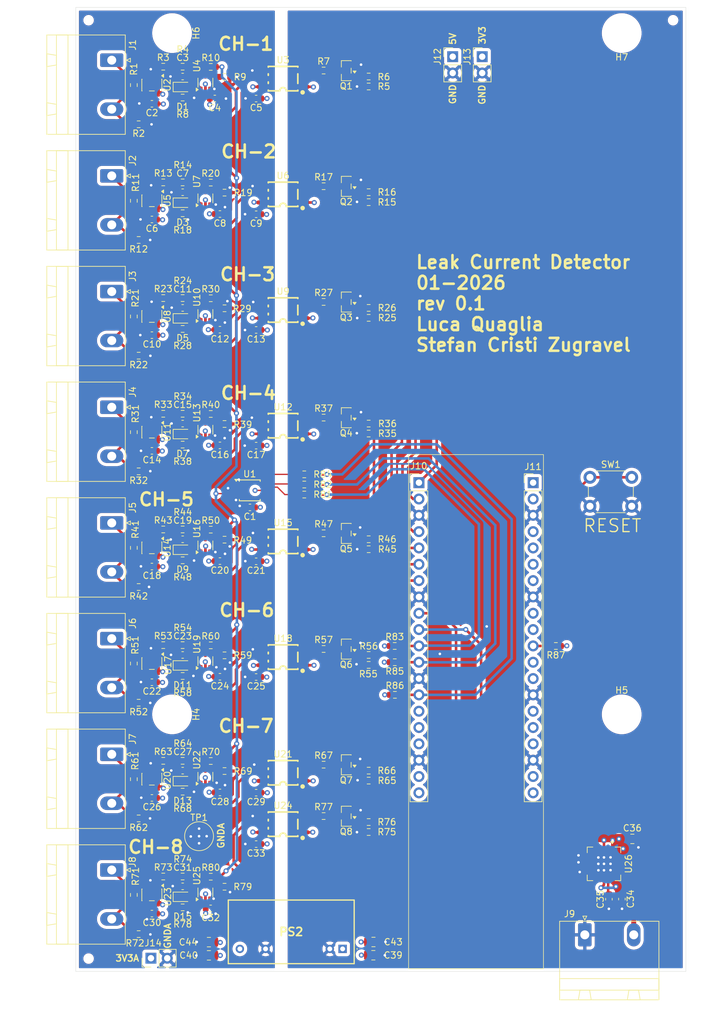
<source format=kicad_pcb>
(kicad_pcb (version 20241229) (generator "pcbnew") (generator_version "9.0")
  (title_block (title "Leak current detector") (date "2025-12-25") (rev "0.1"))
  (layers (0 "F.Cu" signal) (4 "In1.Cu" signal) (6 "In2.Cu" signal) (8 "In3.Cu" signal) (10 "In4.Cu" signal) (2 "B.Cu" signal) (13 "F.Paste" user) (15 "B.Paste" user) (5 "F.SilkS" user "F.Silkscreen") (7 "B.SilkS" user "B.Silkscreen") (1 "F.Mask" user) (3 "B.Mask" user) (25 "Edge.Cuts" user))
  (net 0 "")
  (net 1 "GNDA")
  (net 2 "GND")
  (net 3 "powerIn")
  (net 4 "+5V")
  (net 5 "+3V3A")
  (net 6 "relay_0")
  (net 7 "Net-(D1-K)")
  (net 8 "Net-(U4-S2)")
  (net 9 "relay_1")
  (net 10 "Net-(D3-K)")
  (net 11 "relay_2")
  (net 12 "Net-(U10-S2)")
  (net 13 "relay_3")
  (net 14 "Net-(D5-K)")
  (net 15 "relay_4")
  (net 16 "Net-(U16-S2)")
  (net 17 "relay_5")
  (net 18 "relay_6")
  (net 19 "Net-(D7-K)")
  (net 20 "relay_7")
  (net 21 "Net-(U19-S2)")
  (net 22 "/FEE_1/signal")
  (net 23 "/FEE_2/signal")
  (net 24 "/FEE_3/signal")
  (net 25 "/FEE_4/signal")
  (net 26 "/FEE_5/signal")
  (net 27 "/FEE_6/signal")
  (net 28 "/FEE_7/signal")
  (net 29 "/FEE_8/signal")
  (net 32 "Net-(J10-Pin_11)")
  (net 34 "Net-(J10-Pin_12)")
  (net 35 "Net-(J10-Pin_14)")
  (net 39 "+3V3")
  (net 48 "Net-(J11-Pin_11)")
  (net 53 "Net-(R3-Pad2)")
  (net 54 "Net-(R3-Pad1)")
  (net 55 "I2C_SDA")
  (net 56 "Net-(U22-S2)")
  (net 57 "I2C_SCL")
  (net 58 "Net-(U25-S2)")
  (net 59 "Net-(R17-Pad1)")
  (net 60 "ADC_IN")
  (net 61 "Net-(U26-NR)")
  (net 62 "Net-(D9-K)")
  (net 63 "Net-(D11-K)")
  (net 64 "Net-(D13-K)")
  (net 65 "Net-(D15-K)")
  (net 66 "Net-(Q1-G)")
  (net 67 "Net-(Q1-D)")
  (net 68 "OUT")
  (net 69 "Net-(U7-S2)")
  (net 70 "Net-(U13-S2)")
  (net 71 "/FEE_1/inUcontroller_opto")
  (net 72 "/FEE_2/inUcontroller_opto")
  (net 73 "/FEE_3/inUcontroller_opto")
  (net 74 "/FEE_4/inUcontroller_opto")
  (net 75 "/FEE_5/inUcontroller_opto")
  (net 76 "/FEE_6/inUcontroller_opto")
  (net 77 "/FEE_7/inUcontroller_opto")
  (net 78 "/FEE_8/inUcontroller_opto")
  (net 79 "Net-(U7-S1)")
  (net 80 "Net-(U7-D)")
  (net 81 "Net-(U13-S1)")
  (net 82 "Net-(U13-D)")
  (net 83 "Net-(Q2-G)")
  (net 84 "Net-(Q2-D)")
  (net 87 "Net-(Q3-D)")
  (net 88 "Net-(Q3-G)")
  (net 89 "Net-(Q4-G)")
  (net 90 "Net-(Q4-D)")
  (net 91 "Net-(Q5-G)")
  (net 92 "Net-(Q5-D)")
  (net 93 "Net-(Q6-D)")
  (net 94 "Net-(Q6-G)")
  (net 95 "Net-(Q7-D)")
  (net 96 "Net-(Q7-G)")
  (net 97 "Net-(Q8-D)")
  (net 98 "Net-(Q8-G)")
  (net 99 "Net-(R7-Pad1)")
  (net 100 "Net-(U4-S1)")
  (net 101 "Net-(U4-D)")
  (net 102 "Net-(R13-Pad2)")
  (net 103 "Net-(R13-Pad1)")
  (net 104 "Net-(R23-Pad2)")
  (net 105 "Net-(R23-Pad1)")
  (net 106 "Net-(R27-Pad1)")
  (net 107 "Net-(U10-S1)")
  (net 108 "Net-(U10-D)")
  (net 109 "Net-(R33-Pad2)")
  (net 110 "Net-(R33-Pad1)")
  (net 111 "Net-(R37-Pad1)")
  (net 112 "Net-(R43-Pad1)")
  (net 113 "Net-(R43-Pad2)")
  (net 114 "Net-(R47-Pad1)")
  (net 115 "Net-(U16-S1)")
  (net 116 "Net-(U16-D)")
  (net 117 "Net-(R53-Pad2)")
  (net 118 "Net-(R53-Pad1)")
  (net 119 "Net-(R57-Pad1)")
  (net 120 "Net-(U19-S1)")
  (net 121 "Net-(U19-D)")
  (net 122 "Net-(R63-Pad1)")
  (net 123 "Net-(R63-Pad2)")
  (net 124 "Net-(R67-Pad1)")
  (net 125 "Net-(U22-S1)")
  (net 126 "Net-(U22-D)")
  (net 127 "Net-(R73-Pad2)")
  (net 128 "Net-(R73-Pad1)")
  (net 129 "Net-(R77-Pad1)")
  (net 130 "Net-(U25-S1)")
  (net 131 "Net-(U25-D)")
  (net 138 "Net-(J1-Pin_2)")
  (net 139 "Net-(J2-Pin_2)")
  (net 140 "Net-(J3-Pin_2)")
  (net 141 "Net-(J4-Pin_2)")
  (net 142 "Net-(J5-Pin_2)")
  (net 143 "Net-(J6-Pin_2)")
  (net 144 "Net-(J7-Pin_2)")
  (net 145 "Net-(J8-Pin_2)")
  (footprint "Package_TO_SOT_SMD:SOT-363_SC-70-6" (layer "F.Cu") (at 45.185 36.71 90)
    (property "Reference" "U4")
    (property "Value" "ADG849")
  )
  (footprint "Capacitor_SMD:C_0603_1608Metric" (layer "F.Cu") (at 53.085 147.18725 180)
    (property "Reference" "C29")
    (property "Value" "0.1u")
  )
  (footprint "OptoDevice:OPTO-SMD-5_L3.7-W4.6-P1.27-LS7.0-BR" (layer "F.Cu") (at 57.275 54.08725)
    (property "Reference" "U6")
    (property "Value" "TLP2362")
  )
  (footprint "Resistor_SMD:R_0603_1608Metric" (layer "F.Cu") (at 46.02 106.26)
    (property "Reference" "R50")
    (property "Value" "0.1")
  )
  (footprint "Connector_Phoenix_GMSTB:PhoenixContact_GMSTBA_2,5_2-G-7,62_1x02_P7.62mm_Horizontal" (layer "F.Cu") (at 30.6025 87.215 -90)
    (property "Reference" "J4")
    (property "Value" "Screw_Terminal_01x02")
  )
  (footprint "Resistor_SMD:R_0603_1608Metric" (layer "F.Cu") (at 46.02 52.26)
    (property "Reference" "R20")
    (property "Value" "0.1")
  )
  (footprint "Package_TO_SOT_SMD:SOT-23-5" (layer "F.Cu") (at 36.8475 109.09 -90)
    (property "Reference" "U14")
    (property "Value" "INA180A1")
  )
  (footprint "Resistor_SMD:R_0603_1608Metric" (layer "F.Cu") (at 70.605 153.30725 180)
    (property "Reference" "R75")
    (property "Value" "2.2k")
  )
  (footprint "Capacitor_SMD:C_0603_1608Metric" (layer "F.Cu") (at 53.085 111.18725 180)
    (property "Reference" "C21")
    (property "Value" "0.1u")
  )
  (footprint "Capacitor_SMD:C_0603_1608Metric" (layer "F.Cu") (at 41.645 71.76 180)
    (property "Reference" "C11")
    (property "Value" "0.47u")
  )
  (footprint "Resistor_SMD:R_0603_1608Metric" (layer "F.Cu") (at 46.02 142.26)
    (property "Reference" "R70")
    (property "Value" "0.1")
  )
  (footprint "Capacitor_SMD:C_0603_1608Metric" (layer "F.Cu") (at 41.645 107.76 180)
    (property "Reference" "C19")
    (property "Value" "0.47u")
  )
  (footprint "Capacitor_SMD:C_0603_1608Metric" (layer "F.Cu") (at 47.45 57.15)
    (property "Reference" "C8")
    (property "Value" "0.1u")
  )
  (footprint "Resistor_SMD:R_0603_1608Metric" (layer "F.Cu") (at 41.64 106.23)
    (property "Reference" "R44")
    (property "Value" "100")
  )
  (footprint "Capacitor_SMD:C_0603_1608Metric" (layer "F.Cu") (at 110.03 163.74 -90)
    (property "Reference" "C34")
    (property "Value" "10u")
  )
  (footprint "Resistor_SMD:R_0603_1608Metric" (layer "F.Cu") (at 63.59 34.82725)
    (property "Reference" "R7")
    (property "Value" "147")
  )
  (footprint "Capacitor_SMD:C_0603_1608Metric" (layer "F.Cu") (at 41.645 89.76 180)
    (property "Reference" "C15")
    (property "Value" "0.47u")
  )
  (footprint "Connector_Phoenix_GMSTB:PhoenixContact_GMSTBA_2,5_2-G-7,62_1x02_P7.62mm_Horizontal" (layer "F.Cu") (at 30.6025 69.215 -90)
    (property "Reference" "J3")
    (property "Value" "Screw_Terminal_01x02")
  )
  (footprint "Resistor_SMD:R_0603_1608Metric" (layer "F.Cu") (at 41.64 160.23)
    (property "Reference" "R74")
    (property "Value" "100")
  )
  (footprint "Package_TO_SOT_SMD:SOT-363_SC-70-6" (layer "F.Cu") (at 45.185 72.71 90)
    (property "Reference" "U10")
    (property "Value" "ADG849")
  )
  (footprint "Resistor_SMD:R_0603_1608Metric" (layer "F.Cu") (at 41.645 75.03)
    (property "Reference" "R28")
    (property "Value" "220")
  )
  (footprint "LED_SMD:LED_0603_1608Metric" (layer "F.Cu") (at 41.6475 73.39)
    (property "Reference" "D5")
    (property "Value" "LED")
  )
  (footprint "Capacitor_SMD:C_0603_1608Metric" (layer "F.Cu") (at 108.0075 163.76 -90)
    (property "Reference" "C35")
    (property "Value" "1u")
  )
  (footprint "Resistor_SMD:R_0603_1608Metric" (layer "F.Cu") (at 34.795 43.19 180)
    (property "Reference" "R2")
    (property "Value" "0.1")
  )
  (footprint "Resistor_SMD:R_0603_1608Metric" (layer "F.Cu") (at 48.165 35.82 180)
    (property "Reference" "R9")
    (property "Value" "10 Meg")
  )
  (footprint "Connector_Phoenix_GMSTB:PhoenixContact_GMSTBA_2,5_2-G-7,62_1x02_P7.62mm_Horizontal" (layer "F.Cu") (at 104.255 169.3025)
    (property "Reference" "J9")
    (property "Value" "Screw_Terminal_01x02")
  )
  (footprint "Resistor_SMD:R_0603_1608Metric" (layer "F.Cu") (at 70.605 55.30725 180)
    (property "Reference" "R15")
    (property "Value" "2.2k")
  )
  (footprint "OptoDevice:OPTO-SMD-5_L3.7-W4.6-P1.27-LS7.0-BR" (layer "F.Cu") (at 57.275 72.08725)
    (property "Reference" "U9")
    (property "Value" "TLP2362")
  )
  (footprint "Connector_PinHeader_2.54mm:PinHeader_1x02_P2.54mm_Vertical" (layer "F.Cu") (at 36.705 172.94 90)
    (property "Reference" "J14")
    (property "Value" "Conn_01x02_Pin")
  )
  (footprint "MountingHole:ToolingHole_1.152mm" (layer "F.Cu") (at 27 27)
    (property "Reference" "H1" (hide yes))
    (property "Value" "MountingHole")
  )
  (footprint "Resistor_SMD:R_0603_1608Metric" (layer "F.Cu") (at 41.645 39.03)
    (property "Reference" "R8")
    (property "Value" "220")
  )
  (footprint "Resistor_SMD:R_0603_1608Metric" (layer "F.Cu") (at 41.64 52.23)
    (property "Reference" "R14")
    (property "Value" "100")
  )
  (footprint "Resistor_SMD:R_0603_1608Metric" (layer "F.Cu") (at 38.62 124.23)
    (property "Reference" "R53")
    (property "Value" "0.1")
  )
  (footprint "Package_TO_SOT_SMD:SOT-23" (layer "F.Cu") (at 67.1125 142.84725 180)
    (property "Reference" "Q7")
    (property "Value" "AO3400A")
  )
  (footprint "Resistor_SMD:R_0603_1608Metric" (layer "F.Cu") (at 41.645 93.03)
    (property "Reference" "R38")
    (property "Value" "220")
  )
  (footprint "Capacitor_SMD:C_0603_1608Metric" (layer "F.Cu") (at 53.085 75.18725 180)
    (property "Reference" "C13")
    (property "Value" "0.1u")
  )
  (footprint "Resistor_SMD:R_0603_1608Metric" (layer "F.Cu") (at 60.58 100.8)
    (property "Reference" "R81")
    (property "Value" "33")
  )
  (footprint "Capacitor_SMD:C_0603_1608Metric" (layer "F.Cu") (at 36.855 94)
    (property "Reference" "C14")
    (property "Value" "0.1u")
  )
  (footprint "Resistor_SMD:R_0603_1608Metric" (layer "F.Cu") (at 41.64 70.23)
    (property "Reference" "R24")
    (property "Value" "100")
  )
  (footprint "Resistor_SMD:R_0603_1608Metric" (layer "F.Cu") (at 41.64 124.23)
    (property "Reference" "R54")
    (property "Value" "100")
  )
  (footprint "LED_SMD:LED_0603_1608Metric" (layer "F.Cu") (at 41.6475 91.39)
    (property "Reference" "D7")
    (property "Value" "LED")
  )
  (footprint "Resistor_SMD:R_0603_1608Metric" (layer "F.Cu") (at 38.62 160.23)
    (property "Reference" "R73")
    (property "Value" "0.1")
  )
  (footprint "Resistor_SMD:R_0603_1608Metric" (layer "F.Cu") (at 34.795 115.19 180)
    (property "Reference" "R42")
    (property "Value" "0.1")
  )
  (footprint "LED_SMD:LED_0603_1608Metric" (layer "F.Cu") (at 41.6475 127.39)
    (property "Reference" "D11")
    (property "Value" "LED")
  )
  (footprint "Connector_PinHeader_2.54mm:PinHeader_1x20_P2.54mm_Vertical" (layer "F.Cu") (at 96.21 98.95)
    (property "Reference" "J11")
    (property "Value" "Conn_01x20_Pin")
  )
  (footprint "Package_TO_SOT_SMD:SOT-23" (layer "F.Cu") (at 67.1125 150.84725 180)
    (property "Reference" "Q8")
    (property "Value" "AO3400A")
  )
  (footprint "Capacitor_SMD:C_0603_1608Metric" (layer "F.Cu") (at 47.45 111.15)
    (property "Reference" "C20")
    (property "Value" "0.1u")
  )
  (footprint "Resistor_SMD:R_0603_1608Metric" (layer "F.Cu") (at 41.645 111.03)
    (property "Reference" "R48")
    (property "Value" "220")
  )
  (footprint "Resistor_SMD:R_0603_1608Metric" (layer "F.Cu") (at 34.795 151.19 180)
    (property "Reference" "R62")
    (property "Value" "0.1")
  )
  (footprint "Package_TO_SOT_SMD:SOT-23-5" (layer "F.Cu") (at 36.8475 91.09 -90)
    (property "Reference" "U11")
    (property "Value" "INA180A1")
  )
  (footprint "Package_TO_SOT_SMD:SOT-23" (layer "F.Cu") (at 67.1125 88.84725 180)
    (property "Reference" "Q4")
    (property "Value" "AO3400A")
  )
  (footprint "Connector_Phoenix_GMSTB:PhoenixContact_GMSTBA_2,5_2-G-7,62_1x02_P7.62mm_Horizontal" (layer "F.Cu") (at 30.6025 141.215 -90)
    (property "Reference" "J7")
    (property "Value" "Screw_Terminal_01x02")
  )
  (footprint "Package_TO_SOT_SMD:SOT-23" (layer "F.Cu") (at 67.1125 34.84725 180)
    (property "Reference" "Q1")
    (property "Value" "AO3400A")
  )
  (footprint "Capacitor_SMD:C_0603_1608Metric" (layer "F.Cu") (at 52.12 102.8 180)
    (property "Reference" "C1")
    (property "Value" "0.1u")
  )
  (footprint "Connector_PinHeader_2.54mm:PinHeader_1x02_P2.54mm_Vertical" (layer "F.Cu") (at 83.69 32.67)
    (property "Reference" "J12")
    (property "Value" "Conn_01x02_Pin")
  )
  (footprint "Capacitor_SMD:C_0603_1608Metric" (layer "F.Cu") (at 36.855 166)
    (property "Reference" "C30")
    (property "Value" "0.1u")
  )
  (footprint "Resistor_SMD:R_0603_1608Metric" (layer "F.Cu") (at 63.59 150.82725)
    (property "Reference" "R77")
    (property "Value" "147")
  )
  (footprint "Resistor_SMD:R_0603_1608Metric" (layer "F.Cu") (at 48.165 53.82 180)
    (property "Reference" "R19")
    (property "Value" "10 Meg")
  )
  (footprint "Capacitor_SMD:C_0603_1608Metric" (layer "F.Cu") (at 36.855 58)
    (property "Reference" "C6")
    (property "Value" "0.1u")
  )
  (footprint "Resistor_SMD:R_0603_1608Metric" (layer "F.Cu") (at 60.58 99.24)
    (property "Reference" "R82")
    (property "Value" "33")
  )
  (footprint "Resistor_SMD:R_0603_1608Metric" (layer "F.Cu") (at 41.645 147.03)
    (property "Reference" "R68")
    (property "Value" "220")
  )
  (footprint "Resistor_SMD:R_0603_1608Metric" (layer "F.Cu") (at 41.645 165.03)
    (property "Reference" "R78")
    (property "Value" "220")
  )
  (footprint "Resistor_SMD:R_0603_1608Metric" (layer "F.Cu") (at 38.62 70.23)
    (property "Reference" "R23")
    (property "Value" "0.1")
  )
  (footprint "Resistor_SMD:R_0603_1608Metric" (layer "F.Cu") (at 38.62 34.23)
    (property "Reference" "R3")
    (property "Value" "0.1")
  )
  (footprint "Resistor_SMD:R_0603_1608Metric" (layer "F.Cu") (at 34.045 55.09 90)
    (property "Reference" "R11")
    (property "Value" "100")
  )
  (footprint "Resistor_SMD:R_0603_1608Metric" (layer "F.Cu") (at 34.795 97.19 180)
    (property "Reference" "R32")
    (property "Value" "0.1")
  )
  (footprint "Capacitor_SMD:C_0603_1608Metric" (layer "F.Cu") (at 53.085 39.18725 180)
    (property "Reference" "C5")
    (property "Value" "0.1u")
  )
  (footprint "MountingHole:MountingHole_3.2mm_M3_DIN965" (layer "F.Cu") (at 40 135 -90)
    (property "Reference" "H4")
    (property "Value" "MountingHole")
  )
  (footprint "Package_TO_SOT_SMD:SOT-363_SC-70-6" (layer "F.Cu") (at 45.185 126.71 90)
    (property "Reference" "U19")
    (property "Value" "ADG849")
  )
  (footprint "Capacitor_SMD:C_0805_2012Metric" (layer "F.Cu") (at 45.73 170.44 180)
    (property "Reference" "C44")
    (property "Value" "47u")
  )
  (footprint "Resistor_SMD:R_0603_1608Metric" (layer "F.Cu") (at 34.795 79.19 180)
    (property "Reference" "R22")
    (property "Value" "0.1")
  )
  (footprint "Resistor_SMD:R_0603_1608Metric" (layer "F.Cu") (at 70.605 125.75725 180)
    (property "Reference" "R56")
    (property "Value" "147")
  )
  (footprint "Resistor_SMD:R_0603_1608Metric" (layer "F.Cu") (at 70.605 35.75725 180)
    (property "Reference" "R6")
    (property "Value" "147")
  )
  (footprint "Capacitor_SMD:C_0603_1608Metric" (layer "F.Cu") (at 36.855 148)
    (property "Reference" "C26")
    (property "Value" "0.1u")
  )
  (footprint "Connector_Phoenix_GMSTB:PhoenixContact_GMSTBA_2,5_2-G-7,62_1x02_P7.62mm_Horizontal" (layer "F.Cu") (at 30.6025 33.215 -90)
    (property "Reference" "J1")
    (property "Value" "Screw_Terminal_01x02")
  )
  (footprint "Resistor_SMD:R_0603_1608Metric" (layer "F.Cu") (at 34.045 163.09 90)
    (property "Reference" "R71")
    (property "Value" "100")
  )
  (footprint "Capacitor_SMD:C_0603_1608Metric" (layer "F.Cu") (at 41.645 125.76 180)
    (property "Reference" "C23")
    (property "Value" "0.47u")
  )
  (footprint "Connector_Phoenix_GMSTB:PhoenixContact_GMSTBA_2,5_2-G-7,62_1x02_P7.62mm_Horizontal" (layer "F.Cu") (at 30.6025 51.215 -90)
    (property "Reference" "J2")
    (property "Value" "Screw_Terminal_01x02")
  )
  (footprint "Package_TO_SOT_SMD:SOT-363_SC-70-6" (layer "F.Cu") (at 45.185 144.71 90)
    (property "Reference" "U22")
    (property "Value" "ADG849")
  )
  (footprint "Resistor_SMD:R_0603_1608Metric" (layer "F.Cu") (at 70.605 37.30725 180)
    (property "Reference" "R5")
    (property "Value" "2.2k")
  )
  (footprint "Package_TO_SOT_SMD:SOT-363_SC-70-6" (layer "F.Cu") (at 45.185 54.71 90)
    (property "Reference" "U7")
    (property "Value" "ADG849")
  )
  (footprint "Capacitor_SMD:C_0603_1608Metric" (layer "F.Cu") (at 47.45 129.15)
    (property "Reference" "C24")
    (property "Value" "0.1u")
  )
  (footprint "Capacitor_SMD:C_0805_2012Metric" (layer "F.Cu") (at 71.33 172.48)
    (property "Reference" "C39")
    (property "Value" "47u")
  )
  (footprint "Capacitor_SMD:C_0603_1608Metric" (layer "F.Cu") (at 36.855 40)
    (property "Reference" "C2")
    (property "Value" "0.1u")
  )
  (footprint "Resistor_SMD:R_0603_1608Metric" (layer "F.Cu") (at 70.605 127.30725 180)
    (property "Reference" "R55")
    (property "Value" "2.2k")
  )
  (footprint "Package_DFN_QFN:Texas_RGW0020A_VQFN-20-1EP_5x5mm_P0.65mm_EP3.15x3.15mm_ThermalVias" (layer "F.Cu") (at 107.24 158.26 -90)
    (property "Reference" "U26")
    (property "Value" "TPS7A4701xRGW")
  )
  (footprint "Package_SO:TSSOP-10_3x3mm_P0.5mm" (layer "F.Cu") (at 52.09 100.15)
    (property "Reference" "U1")
    (property "Value" "ADS1114IDGS")
  )
  (footprint "Resistor_SMD:R_0603_1608Metric" (layer "F.Cu") (at 63.59 52.82725)
    (property "Reference" "R17")
    (property "Value" "147")
  )
  (footprint "MountingHole:ToolingHole_1.152mm" (layer "F.Cu") (at 118 27)
    (property "Reference" "H2" (hide yes))
    (property "Value" "MountingHole")
  )
  (footprint "Resistor_SMD:R_0603_1608Metric" (layer "F.Cu") (at 63.59 142.82725)
    (property "Reference" "R67")
    (property "Value" "147")
  )
  (footprint "OptoDevice:OPTO-SMD-5_L3.7-W4.6-P1.27-LS7.0-BR" (layer "F.Cu") (at 57.275 144.08725)
    (property "Reference" "U21")
    (property "Value" "TLP2362")
  )
  (footprint "Capacitor_SMD:C_0603_1608Metric" (layer "F.Cu") (at 41.645 53.76 180)
    (property "Reference" "C7")
    (property "Value" "0.47u")
  )
  (footprint "LED_SMD:LED_0603_1608Metric" (layer "F.Cu") (at 41.6475 163.39)
    (property "Reference" "D15")
    (property "Value" "LED")
  )
  (footprint "Resistor_SMD:R_0603_1608Metric" (layer "F.Cu") (at 60.58 97.66)
    (property "Reference" "R84")
    (property "Value" "33")
  )
  (footprint "Package_TO_SOT_SMD:SOT-23-5" (layer "F.Cu") (at 36.8475 73.09 -90)
    (property "Reference" "U8")
    (property "Value" "INA180A1")
  )
  (footprint "Resistor_SMD:R_0603_1608Metric" (layer "F.Cu") (at 63.59 70.82725)
    (property "Reference" "R27")
    (property "Value" "147")
  )
  (footprint "LED_SMD:LED_0603_1608Metric" (layer "F.Cu") (at 41.6475 145.39)
    (property "Reference" "D13")
    (property "Value" "LED")
  )
  (footprint "Resistor_SMD:R_0603_1608Metric" (layer "F.Cu") (at 70.605 109.30725 180)
    (property "Reference" "R45")
    (property "Value" "2.2k")
  )
  (footprint "LED_SMD:LED_0603_1608Metric" (layer "F.Cu") (at 41.6475 37.39)
    (property "Reference" "D1")
    (property "Value" "LED")
  )
  (footprint "Resistor_SMD:R_0603_1608Metric" (layer "F.Cu") (at 70.605 91.30725 180)
    (property "Reference" "R35")
    (property "Value" "2.2k")
  )
  (footprint "Resistor_SMD:R_0603_1608Metric" (layer "F.Cu") (at 48.165 125.82 180)
    (property "Reference" "R59")
    (property "Value" "10 Meg")
  )
  (footprint "Resistor_SMD:R_0603_1608Metric" (layer "F.Cu") (at 34.795 169.19 180)
    (property "Reference" "R72")
    (property "Value" "0.1")
  )
  (footprint "Resistor_SMD:R_0603_1608Metric" (layer "F.Cu") (at 63.59 106.82725)
    (property "Reference" "R47")
    (property "Value" "147")
  )
  (footprint "Capacitor_SMD:C_0603_1608Metric" (layer "F.Cu") (at 46.65 39.18)
    (property "Reference" "C4")
    (property "Value" "0.1u")
  )
  (footprint "MountingHole:MountingHole_3.2mm_M3_DIN965" (layer "F.Cu") (at 110 135)
    (property "Reference" "H5")
    (property "Value" "MountingHole")
  )
  (footprint "Resistor_SMD:R_0603_1608Metric" (layer "F.Cu") (at 34.045 91.09 90)
    (property "Reference" "R31")
    (property "Value" "100")
  )
  (footprint "Capacitor_SMD:C_0603_1608Metric" (layer "F.Cu") (at 36.855 130)
    (property "Reference" "C22")
    (property "Value" "0.1u")
  )
  (footprint "Capacitor_SMD:C_0603_1608Metric" (layer "F.Cu") (at 53.085 93.18725 180)
    (property "Reference" "C17")
    (property "Value" "0.1u")
  )
  (footprint "MountingHole:MountingHole_3.2mm_M3_DIN965" (layer "F.Cu") (at 40 29 -90)
    (property "Reference" "H6")
    (property "Value" "MountingHole")
  )
  (footprint "Resistor_SMD:R_0603_1608Metric" (layer "F.Cu") (at 48.165 107.82 180)
    (property "Reference" "R49")
    (property "Value" "10 Meg")
  )
  (footprint "Capacitor_SMD:C_0603_1608Metric" (layer "F.Cu") (at 53.085 155.18725 180)
    (property "Reference" "C33")
    (property "Value" "0.1u")
  )
  (footprint "Resistor_SMD:R_0603_1608Metric" (layer "F.Cu") (at 70.605 145.30725 180)
    (property "Reference" "R65")
    (property "Value" "2.2k")
  )
  (footprint "Resistor_SMD:R_0603_1608Metric" (layer "F.Cu") (at 38.62 106.23)
    (property "Reference" "R43")
    (property "Value" "0.1")
  )
  (footprint "Capacitor_SMD:C_0603_1608Metric" (layer "F.Cu") (at 47.45 147.15)
    (property "Reference" "C28")
    (property "Value" "0.1u")
  )
  (footprint "Capacitor_SMD:C_0603_1608Metric" (layer "F.Cu") (at 53.085 57.18725 180)
    (property "Reference" "C9")
    (property "Value" "0.1u")
  )
  (footprint "Resistor_SMD:R_0603_1608Metric" (layer "F.Cu") (at 74.66 124.36)
    (property "Reference" "R83")
    (property "Value" "4.7K")
  )
  (footprint "Resistor_SMD:R_0603_1608Metric" (layer "F.Cu") (at 48.165 71.82 180)
    (property "Reference" "R29")
    (property "Value" "10 Meg")
  )
  (footprint "Package_TO_SOT_SMD:SOT-363_SC-70-6" (layer "F.Cu") (at 45.185 162.71 90)
    (property "Reference" "U25")
    (property "Value" "ADG849")
  )
  (footprint "Resistor_SMD:R_0603_1608Metric" (layer "F.Cu") (at 41.64 88.23)
    (property "Reference" "R34")
    (property "Value" "100")
  )
  (footprint "Capacitor_SMD:C_0603_1608Metric" (layer "F.Cu") (at 47.45 75.15)
    (property "Reference" "C12")
    (property "Value" "0.1u")
  )
  (footprint "Resistor_SMD:R_0603_1608Metric" (layer "F.Cu") (at 34.045 109.09 90)
    (property "Reference" "R41")
    (property "Value" "100")
  )
  (footprint "Package_TO_SOT_SMD:SOT-23" (layer "F.Cu") (at 67.1125 124.84725 180)
    (property "Reference" "Q6")
    (property "Value" "AO3400A")
  )
  (footprint "Resistor_SMD:R_0603_1608Metric" (layer "F.Cu") (at 34.045 127.09 90)
    (property "Reference" "R51")
    (property "Value" "100")
  )
  (footprint "Resistor_SMD:R_0603_1608Metric" (layer "F.Cu") (at 70.605 53.75725 180)
    (property "Reference" "R16")
    (property "Value" "147")
  )
  (footprint "Resistor_SMD:R_0603_1608Metric" (layer "F.Cu") (at 70.605 71.75725 180)
    (property "Reference" "R26")
    (property "Value" "147")
  )
  (footprint "Resistor_SMD:R_0603_1608Metric" (layer "F.Cu") (at 70.605 107.75725 180)
    (property "Reference" "R46")
    (property "Value" "147")
  )
  (footprint "Resistor_SMD:R_0603_1608Metric" (layer "F.Cu") (at 48.165 89.82 180)
    (property "Reference" "R39")
    (property "Value" "10 Meg")
  )
  (footprint "Resistor_SMD:R_0603_1608Metric" (layer "F.Cu") (at 46.02 88.26)
    (property "Reference" "R40")
    (property "Value" "0.1")
  )
  (footprint "Resistor_SMD:R_0603_1608Metric" (layer "F.Cu") (at 46.02 70.26)
    (property "Reference" "R30")
    (property "Value" "0.1")
  )
  (footprint "Capacitor_SMD:C_0805_2012Metric" (layer "F.Cu") (at 45.73 172.5 180)
    (property "Reference" "C40")
    (property "Value" "47u")
  )
  (footprint "Connector_Phoenix_GMSTB:PhoenixContact_GMSTBA_2,5_2-G-7,62_1x02_P7.62mm_Horizontal" (layer "F.Cu") (at 30.6025 123.215 -90)
    (property "Reference" "J6")
    (property "Value" "Screw_Terminal_01x02")
  )
  (footprint "Capacitor_SMD:C_0603_1608Metric" (layer "F.Cu") (at 41.645 35.76 180)
    (property "Reference" "C3")
    (property "Value" "0.47u")
  )
  (footprint "Resistor_SMD:R_0603_1608Metric" (layer "F.Cu") (at 34.045 145.09 90)
    (property "Reference" "R61")
    (property "Value" "100")
  )
  (footprint "OptoDevice:OPTO-SMD-5_L3.7-W4.6-P1.27-LS7.0-BR" (layer "F.Cu") (at 57.275 36.08725)
    (property "Reference" "U3")
    (property "Value" "TLP2362")
  )
  (footprint "Package_TO_SOT_SMD:SOT-23" (layer "F.Cu") (at 67.1125 70.84725 180)
    (property "Reference" "Q3")
    (property "Value" "AO3400A")
  )
  (footprint "Capacitor_SMD:C_0805_2012Metric" (layer "F.Cu") (at 111.6575 154.38)
    (property "Reference" "C36")
    (property "Value" "47u")
  )
  (footprint "Connector_PinHeader_2.54mm:PinHeader_1x02_P2.54mm_Vertical" (layer "F.Cu") (at 88.28 32.67)
    (property "Reference" "J13")
    (property "Value" "Conn_01x02_Pin")
  )
  (footprint "Button_Switch_THT:SW_PUSH_6mm" (layer "F.Cu") (at 105.06 98.12)
    (property "Reference" "SW1")
    (property "Value" "Reset")
  )
  (footprint "Resistor_SMD:R_0603_1608Metric" (layer "F.Cu") (at 38.62 52.23)
    (property "Reference" "R13")
    (property "Value" "0.1")
  )
  (footprint "Resistor_SMD:R_0603_1608Metric" (layer "F.Cu") (at 46.02 34.26)
    (property "Reference" "R10")
    (property "Value" "0.1")
  )
  (footprint "Package_TO_SOT_SMD:SOT-23-5" (layer "F.Cu") (at 36.8475 55.09 -90)
    (property "Reference" "U5")
    (property "Value" "INA180A1")
  )
  (footprint "Resistor_SMD:R_0603_1608Metric" (layer "F.Cu") (at 34.795 133.19 180)
    (property "Reference" "R52")
    (property "Value" "0.1")
  )
  (footprint "Package_TO_SOT_SMD:SOT-23-5" (layer "F.Cu") (at 36.8475 127.09 -90)
    (property "Reference" "U17")
    (property "Value" "INA180A1")
  )
  (footprint "Capacitor_SMD:C_0603_1608Metric" (layer "F.Cu") (at 41.645 161.76 180)
    (property "Reference" "C31")
    (property "Value" "0.47u")
  )
  (footprint "Resistor_SMD:R_0603_1608Metric" (layer "F.Cu") (at 41.64 142.23)
    (property "Reference" "R64")
    (property "Value" "100")
  )
  (footprint "Package_TO_SOT_SMD:SOT-363_SC-70-6" (layer "F.Cu") (at 45.185 108.71 90)
    (property "Reference" "U16")
    (property "Value" "ADG849")
  )
  (footprint "OptoDevice:OPTO-SMD-5_L3.7-W4.6-P1.27-LS7.0-BR" (layer "F.Cu") (at 57.275 126.08725)
    (property "Reference" "U18")
    (property "Value" "TLP2362")
  )
  (footprint "Resistor_SMD:R_0603_1608Metric" (layer "F.Cu") (at 34.045 37.09 90)
    (property "Reference" "R1")
    (property "Value" "100")
  )
  (footprint "Resistor_SMD:R_0603_1608Metric" (layer "F.Cu") (at 46.02 124.26)
    (property "Reference" "R60")
    (property "Value" "0.1")
  )
  (footprint "OptoDevice:OPTO-SMD-5_L3.7-W4.6-P1.27-LS7.0-BR" (layer "F.Cu") (at 57.275 152.08725)
    (property "Reference" "U24")
    (property "Value" "TLP2362")
  )
  (footprint "Resistor_SMD:R_0603_1608Metric" (layer "F.Cu") (at 74.69 131.96)
    (property "Reference" "R86")
    (property "Value" "4.7K")
  )
  (footprint "Resistor_SMD:R_0603_1608Metric" (layer "F.Cu") (at 34.045 73.09 90)
    (property "Reference" "R21")
    (property "Value" "100")
  )
  (footprint "Resistor_SMD:R_0603_1608Metric" (layer "F.Cu") (at 63.59 124.82725)
    (property "Reference" "R57")
    (property "Value" "147")
  )
  (footprint "Resistor_SMD:R_0603_1608Metric" (layer "F.Cu") (at 70.605 143.75725 180)
    (property "Reference" "R66")
    (property "Value" "147")
  )
  (footprint "LED_SMD:LED_0603_1608Metric" (layer "F.Cu") (at 41.6475 109.39)
    (property "Reference" "D9")
    (property "Value" "LED")
  )
  (footprint "Resistor_SMD:R_0603_1608Metric" (layer "F.Cu") (at 34.795 61.19 180)
    (property "Reference" "R12")
    (property "Value" "0.1")
  )
  (footprint "Resistor_SMD:R_0603_1608Metric" (layer "F.Cu") (at 70.605 151.75725 180)
    (property "Reference" "R76")
    (property "Value" "147")
  )
  (footprint "Resistor_SMD:R_0603_1608Metric" (layer "F.Cu") (at 63.59 88.82725)
    (property "Reference" "R37")
    (property "Value" "147")
  )
  (footprint "MountingHole:MountingHole_3.2mm_M3_DIN965" (layer "F.Cu") (at 110 29 180)
    (property "Reference" "H7")
    (property "Value" "MountingHole")
  )
  (footprint "Resistor_SMD:R_0603_1608Metric" (layer "F.Cu") (at 38.62 88.23)
    (property "Reference" "R33")
    (property "Value" "0.1")
  )
  (footprint "Resistor_SMD:R_0603_1608Metric" (layer "F.Cu") (at 99.75 124.36 180)
    (property "Reference" "R87")
    (property "Value" "10K")
  )
  (footprint "Capacitor_SMD:C_0805_2012Metric" (layer "F.Cu") (at 71.35 170.42)
    (property "Reference" "C43")
    (property "Value" "47u")
  )
  (footprint "Package_TO_SOT_SMD:SOT-23-5" (layer "F.Cu") (at 36.8475 145.09 -90)
    (property "Reference" "U20")
    (property "Value" "INA180A1")
  )
  (footprint "Connector_Phoenix_GMSTB:PhoenixContact_GMSTBA_2,5_2-G-7,62_1x02_P7.62mm_Horizontal" (layer "F.Cu") (at 30.6025 159.215 -90)
    (property "Reference" "J8")
    (property "Value" "Screw_Terminal_01x02")
  )
  (footprint "Package_TO_SOT_SMD:SOT-23-5" (layer "F.Cu") (at 36.8475 37.09 -90)
    (property "Reference" "U2")
    (property "Value" "INA180A1")
  )
  (footprint "Resistor_SMD:R_0603_1608Metric" (layer "F.Cu") (at 70.605 89.75725 180)
    (property "Reference" "R36")
    (property "Value" "147")
  )
  (footprint "Resistor_SMD:R_0603_1608Metric" (layer "F.Cu") (at 74.67 126.89)
    (property "Reference" "R85")
    (property "Value" "4.7K")
  )
  (footprint "Resistor_SMD:R_0603_1608Metric" (layer "F.Cu") (at 46.02 160.26)
    (property "Reference" "R80")
    (property "Value" "0.1")
  )
  (footprint "Package_TO_SOT_SMD:SOT-23-5" (layer "F.Cu") (at 36.8475 163.09 -90)
    (property "Reference" "U23")
    (property "Value" "INA180A1")
  )
  (footprint "Capacitor_SMD:C_0603_1608Metric" (layer "F.Cu") (at 53.085 129.18725 180)
    (property "Reference" "C25")
    (property "Value" "0.1u")
  )
  (footprint "OptoDevice:OPTO-SMD-5_L3.7-W4.6-P1.27-LS7.0-BR" (layer "F.Cu") (at 57.275 108.08725)
    (property "Reference" "U15")
    (property "Value" "TLP2362")
  )
  (footprint "Resistor_SMD:R_0603_1608Metric" (layer "F.Cu") (at 38.62 142.23)
    (property "Reference" "R63")
    (property "Value" "0.1")
  )
  (footprint "Resistor_SMD:R_0603_1608Metric" (layer "F.Cu") (at 70.605 73.30725 180)
    (property "Reference" "R25")
    (property "Value" "2.2k")
  )
  (footprint "Capacitor_SMD:C_0603_1608Metric" (layer "F.Cu") (at 47.45 93.15)
    (property "Reference" "C16")
    (property "Value" "0.1u")
  )
  (footprint "TestPoint:TestPoint_Pad_D4.0mm" (layer "F.Cu") (at 44.2 153.96)
    (property "Reference" "TP1")
    (property "Value" "TestPoint")
  )
  (footprint "LED_SMD:LED_0603_1608Metric" (layer "F.Cu") (at 41.6475 55.39)
    (property "Reference" "D3")
    (property "Value" "LED")
  )
  (footprint "Resistor_SMD:R_0603_1608Metric" (layer "F.Cu") (at 48.165 143.82 180)
    (property "Reference" "R69")
    (property "Value" "10 Meg")
  )
  (footprint "Resistor_SMD:R_0603_1608Metric" (layer "F.Cu") (at 41.645 57.03)
    (property "Reference" "R18")
    (property "Value" "220")
  )
  (footprint "Resistor_SMD:R_0603_1608Metric" (layer "F.Cu") (at 41.64 34.23)
    (property "Reference" "R4")
    (property "Value" "100")
  )
  (footprint "Package_TO_SOT_SMD:SOT-23" (layer "F.Cu") (at 67.1125 52.84725 180)
    (property "Reference" "Q2")
    (property "Value" "AO3400A")
  )
  (footprint "OptoDevice:OPTO-SMD-5_L3.7-W4.6-P1.27-LS7.0-BR" (layer "F.Cu") (at 57.275 90.08725)
    (property "Reference" "U12")
    (property "Value" "TLP2362")
  )
  (footprint "Capacitor_SMD:C_0603_1608Metric" (layer "F.Cu") (at 36.855 76)
    (property "Reference" "C10")
    (property "Value" "0.1u")
  )
  (footprint "Capacitor_SMD:C_0603_1608Metric" (layer "F.Cu") (at 46.005 165.19)
    (property "Reference" "C32")
    (property "Value" "0.1u")
  )
  (footprint "Connector_PinHeader_2.54mm:PinHeader_1x20_P2.54mm_Vertical" (layer "F.Cu") (at 78.43 98.95)
    (property "Reference" "J10")
    (property "Value" "Conn_01x20_Pin")
  )
  (footprint "Package_TO_SOT_SMD:SOT-23" (layer "F.Cu") (at 67.1125 106.84725 180)
    (property "Reference" "Q5")
    (property "Value" "AO3400A")
  )
  (footprint "MountingHole:ToolingHole_1.152mm" (layer "F.Cu") (at 27 173)
    (property "Reference" "H3" (hide yes))
    (property "Value" "MountingHole")
  )
  (footprint "Connector_Phoenix_GMSTB:PhoenixContact_GMSTBA_2,5_2-G-7,62_1x02_P7.62mm_Horizontal" (layer "F.Cu") (at 30.6025 105.215 -90)
    (property "Reference" "J5")
    (property "Value" "Screw_Terminal_01x02")
  )
  (footprint "Capacitor_SMD:C_0603_1608Metric" (layer "F.Cu") (at 36.855 112)
    (property "Reference" "C18")
    (property "Value" "0.1u")
  )
  (footprint "Resistor_SMD:R_0603_1608Metric" (layer "F.Cu") (at 48.165 161.82 180)
    (property "Reference" "R79")
    (property "Value" "10 Meg")
  )
  (footprint "Package_TO_SOT_SMD:SOT-363_SC-70-6" (layer "F.Cu") (at 45.185 90.71 90)
    (property "Reference" "U13")
    (property "Value" "ADG849")
  )
  (footprint "Converter_DCDC:TRV20511M" (layer "F.Cu") (at 66.55 171.49 180)
    (property "Reference" "PS2")
    (property "Value" "TRV_2-0511M" (hide yes))
  )
  (footprint "Capacitor_SMD:C_0603_1608Metric" (layer "F.Cu") (at 41.645 143.76 180)
    (property "Reference" "C27")
    (property "Value" "0.47u")
  )
  (footprint "Resistor_SMD:R_0603_1608Metric" (layer "F.Cu") (at 41.645 129.03)
    (property "Reference" "R58")
    (property "Value" "220")
  )
  (gr_rect (start 76.82 94.58) (end 97.82 174.58) (stroke (width 0.1)) (fill no) (layer "F.SilkS"))
  (gr_rect (start 25 25) (end 120 175) (stroke (width 0.05)) (fill no) (layer "Edge.Cuts"))
  (gr_text "GND\n" (at 83.69 40.165 90) (layer "F.SilkS") (effects (font (size 1 1) (thickness 0.2) (bold yes)) (justify left)))
  (gr_text "3V3A" (at 31.08 172.94 0) (layer "F.SilkS") (effects (font (size 1 1) (thickness 0.2) (bold yes)) (justify left)))
  (gr_text "CH-6" (at 47.14 118.79 0) (layer "F.SilkS") (effects (font (size 2 2) (thickness 0.4) (bold yes)) (justify left)))
  (gr_text "GNDA" (at 39.3 171.56 90) (layer "F.SilkS") (effects (font (size 1 1) (thickness 0.2) (bold yes)) (justify left)))
  (gr_text "Leak Current Detector\n01-2026\nrev 0.1\nLuca Quaglia\nStefan Cristi Zugravel" (at 77.77 78.69 0) (layer "F.SilkS") (effects (font (size 2 2) (thickness 0.4) (bold yes)) (justify left bottom)))
  (gr_text "GND\n" (at 88.26 40.235 90) (layer "F.SilkS") (effects (font (size 1 1) (thickness 0.2) (bold yes)) (justify left)))
  (gr_text "CH-5" (at 34.62 101.56 0) (layer "F.SilkS") (effects (font (size 2 2) (thickness 0.4) (bold yes)) (justify left)))
  (gr_text "CH-8" (at 32.96 155.64 0) (layer "F.SilkS") (effects (font (size 2 2) (thickness 0.4) (bold yes)) (justify left)))
  (gr_text "CH-1" (at 46.97 30.68 0) (layer "F.SilkS") (effects (font (size 2 2) (thickness 0.4) (bold yes)) (justify left)))
  (gr_text "CH-3" (at 47.25 66.54 0) (layer "F.SilkS") (effects (font (size 2 2) (thickness 0.4) (bold yes)) (justify left)))
  (gr_text "GNDA" (at 47.62 155.96 90) (layer "F.SilkS") (effects (font (size 1 1) (thickness 0.2) (bold yes)) (justify left)))
  (gr_text "CH-4" (at 47.38 85.01 0) (layer "F.SilkS") (effects (font (size 2 2) (thickness 0.4) (bold yes)) (justify left)))
  (gr_text "3V3" (at 88.29 30.855 90) (layer "F.SilkS") (effects (font (size 1 1) (thickness 0.2) (bold yes)) (justify left)))
  (gr_text "RESET" (at 103.89 105.65 0) (layer "F.SilkS") (effects (font (size 2 2) (thickness 0.2) (bold yes)) (justify left)))
  (gr_text "5V" (at 83.69 30.925 90) (layer "F.SilkS") (effects (font (size 1 1) (thickness 0.2) (bold yes)) (justify left)))
  (gr_text "CH-2\n" (at 47.425 47.43 0) (layer "F.SilkS") (effects (font (size 2 2) (thickness 0.4) (bold yes)) (justify left)))
  (gr_text "CH-7\n" (at 47.02 136.81 0) (layer "F.SilkS") (effects (font (size 2 2) (thickness 0.4) (bold yes)) (justify left)))
  (segment (start 35.62 133.19) (end 36.57 133.19) (width 0.4) (layer "F.Cu") (net 1))
  (segment (start 36.8475 161.0475) (end 36.8475 161.9525) (width 0.4) (layer "F.Cu") (net 1))
  (segment (start 40.87 107.76) (end 39.82 107.76) (width 0.4) (layer "F.Cu") (net 1))
  (segment (start 48.96 71.79) (end 48.99 71.82) (width 0.4) (layer "F.Cu") (net 1))
  (segment (start 43.38 111.03) (end 43.42 111.07) (width 0.4) (layer "F.Cu") (net 1))
  (segment (start 46.55 37.66) (end 46.58 37.69) (width 0.4) (layer "F.Cu") (net 1))
  (segment (start 36.08 112) (end 35.18 112) (width 0.4) (layer "F.Cu") (net 1))
  (segment (start 36.08 94) (end 35.17 94) (width 0.4) (layer "F.Cu") (net 1))
  (segment (start 48.61 70.71) (end 48.96 71.06) (width 0.4) (layer "F.Cu") (net 1))
  (segment (start 51.46725 39.18725) (end 51.44 39.16) (width 0.4) (layer "F.Cu") (net 1))
  (segment (start 39.94 89.76) (end 39.92 89.74) (width 0.4) (layer "F.Cu") (net 1))
  (segment (start 54.125 124.81725) (end 52.63275 124.81725) (width 0.4) (layer "F.Cu") (net 1))
  (segment (start 35.09 58) (end 35.08 57.99) (width 0.4) (layer "F.Cu") (net 1))
  (segment (start 36.8475 34.7875) (end 36.68 34.62) (width 0.4) (layer "F.Cu") (net 1))
  (segment (start 39.98 71.76) (end 39.94 71.72) (width 0.4) (layer "F.Cu") (net 1))
  (segment (start 40.87 125.76) (end 39.85 125.76) (width 0.4) (layer "F.Cu") (net 1))
  (segment (start 35.62 43.19) (end 36.79 43.19) (width 0.4) (layer "F.Cu") (net 1))
  (segment (start 48.225 147.15) (end 48.225 146.025) (width 0.4) (layer "F.Cu") (net 1))
  (segment (start 49.94 98.92) (end 50.39 98.47) (width 0.2) (layer "F.Cu") (net 1))
  (segment (start 48.98 53.81) (end 48.99 53.82) (width 0.4) (layer "F.Cu") (net 1))
  (segment (start 45.835 55.66) (end 46.78 55.66) (width 0.4) (layer "F.Cu") (net 1))
  (segment (start 51.38725 129.18725) (end 51.37 129.17) (width 0.4) (layer "F.Cu") (net 1))
  (segment (start 39.85 125.76) (end 39.83 125.74) (width 0.4) (layer "F.Cu") (net 1))
  (segment (start 51.345 102.8) (end 50.76 102.8) (width 0.2) (layer "F.Cu") (net 1))
  (segment (start 48.99 90.78) (end 49.01 90.8) (width 0.4) (layer "F.Cu") (net 1))
  (segment (start 35.62 169.19) (end 36.57 169.19) (width 0.4) (layer "F.Cu") (net 1))
  (segment (start 52.65275 70.81725) (end 52.63 70.84) (width 0.4) (layer "F.Cu") (net 1))
  (segment (start 51.42725 111.18725) (end 51.4 111.16) (width 0.4) (layer "F.Cu") (net 1))
  (segment (start 35.06 76) (end 35.05 75.99) (width 0.4) (layer "F.Cu") (net 1))
  (segment (start 46.93 145.66) (end 46.94 145.65) (width 0.4) (layer "F.Cu") (net 1))
  (segment (start 43.87 170.44) (end 43.84 170.41) (width 0.4) (layer "F.Cu") (net 1))
  (segment (start 36.08 58) (end 35.09 58) (width 0.4) (layer "F.Cu") (net 1))
  (segment (start 52.55275 150.81725) (end 52.55 150.82) (width 0.4) (layer "F.Cu") (net 1))
  (segment (start 43.38 39.03) (end 43.43 39.08) (width 0.4) (layer "F.Cu") (net 1))
  (segment (start 40.87 71.76) (end 39.98 71.76) (width 0.4) (layer "F.Cu") (net 1))
  (segment (start 52.44275 88.81725) (end 52.42 88.84) (width 0.4) (layer "F.Cu") (net 1))
  (segment (start 51.36725 57.18725) (end 51.36 57.18) (width 0.4) (layer "F.Cu") (net 1))
  (segment (start 36.8475 71.9525) (end 36.8475 70.8375) (width 0.4) (layer "F.Cu") (net 1))
  (segment (start 36.39 115.19) (end 36.41 115.17) (width 0.4) (layer "F.Cu") (net 1))
  (segment (start 45.835 37.66) (end 46.55 37.66) (width 0.4) (layer "F.Cu") (net 1))
  (segment (start 35.62 115.19) (end 36.39 115.19) (width 0.4) (layer "F.Cu") (net 1))
  (segment (start 48.225 127.945) (end 48.24 127.93) (width 0.4) (layer "F.Cu") (net 1))
  (segment (start 54.125 88.81725) (end 52.44275 88.81725) (width 0.4) (layer "F.Cu") (net 1))
  (segment (start 39.82 107.76) (end 39.79 107.79) (width 0.4) (layer "F.Cu") (net 1))
  (segment (start 35.17 94) (end 35.16 93.99) (width 0.4) (layer "F.Cu") (net 1))
  (segment (start 36.8475 89.9525) (end 36.8475 88.8475) (width 0.4) (layer "F.Cu") (net 1))
  (segment (start 48.99 89.82) (end 48.99 90.78) (width 0.4) (layer "F.Cu") (net 1))
  (segment (start 48.99 162.63) (end 49.02 162.66) (width 0.4) (layer "F.Cu") (net 1))
  (segment (start 36.6 79.19) (end 36.62 79.21) (width 0.4) (layer "F.Cu") (net 1))
  (segment (start 36.62 160.82) (end 36.8475 161.0475) (width 0.4) (layer "F.Cu") (net 1))
  (segment (start 42.47 147.03) (end 43.39 147.03) (width 0.4) (layer "F.Cu") (net 1))
  (segment (start 49.94 101.15) (end 49.94 101.64) (width 0.2) (layer "F.Cu") (net 1))
  (segment (start 50.07 35.82) (end 50.08 35.81) (width 0.4) (layer "F.Cu") (net 1))
  (segment (start 46.65 91.66) (end 46.69 91.62) (width 0.4) (layer "F.Cu") (net 1))
  (segment (start 36.58 97.19) (end 36.61 97.16) (width 0.4) (layer "F.Cu") (net 1))
  (segment (start 48.225 93.15) (end 48.225 92.065) (width 0.4) (layer "F.Cu") (net 1))
  (segment (start 48.225 92.065) (end 48.18 92.02) (width 0.4) (layer "F.Cu") (net 1))
  (segment (start 36.08 148) (end 35.23 148) (width 0.4) (layer "F.Cu") (net 1))
  (segment (start 46.88 127.66) (end 46.89 127.67) (width 0.4) (layer "F.Cu") (net 1))
  (segment (start 52.54725 52.81725) (end 52.53 52.8) (width 0.4) (layer "F.Cu") (net 1))
  (segment (start 48.99 125.82) (end 48.99 126.92) (width 0.4) (layer "F.Cu") (net 1))
  (segment (start 35.62 61.19) (end 36.59 61.19) (width 0.4) (layer "F.Cu") (net 1))
  (segment (start 52.31 155.18725) (end 51.41725 155.18725) (width 0.4) (layer "F.Cu") (net 1))
  (segment (start 49.94 101.64) (end 49.95 101.65) (width 0.2) (layer "F.Cu") (net 1))
  (segment (start 52.63275 124.81725) (end 52.57 124.88) (width 0.4) (layer "F.Cu") (net 1))
  (segment (start 40.14 161.76) (end 40.1 161.72) (width 0.4) (layer "F.Cu") (net 1))
  (segment (start 48.225 75.15) (end 48.225 74.045) (width 0.4) (layer "F.Cu") (net 1))
  (segment (start 44.78 170.44) (end 43.87 170.44) (width 0.4) (layer "F.Cu") (net 1))
  (segment (start 36.8475 142.7875) (end 36.67 142.61) (width 0.4) (layer "F.Cu") (net 1))
  (segment (start 48.375 39.18) (end 48.385 39.19) (width 0.4) (layer "F.Cu") (net 1))
  (segment (start 54.125 150.81725) (end 52.55275 150.81725) (width 0.4) (layer "F.Cu") (net 1))
  (segment (start 35.62 151.19) (end 36.57 151.19) (width 0.4) (layer "F.Cu") (net 1))
  (segment (start 51.36275 75.18725) (end 51.35 75.2) (width 0.4) (layer "F.Cu") (net 1))
  (segment (start 45.835 73.66) (end 46.74 73.66) (width 0.4) (layer "F.Cu") (net 1))
  (segment (start 48.97 108.87) (end 48.97 107.84) (width 0.4) (layer "F.Cu") (net 1))
  (segment (start 36.8475 70.8375) (end 36.81 70.8) (width 0.4) (layer "F.Cu") (net 1))
  (segment (start 35.62 97.19) (end 36.58 97.19) (width 0.4) (layer "F.Cu") (net 1))
  (segment (start 36.08 130) (end 35.18 130) (width 0.4) (layer "F.Cu") (net 1))
  (segment (start 36.8475 143.9525) (end 36.8475 142.7875) (width 0.4) (layer "F.Cu") (net 1))
  (segment (start 40.87 89.76) (end 39.94 89.76) (width 0.4) (layer "F.Cu") (net 1))
  (segment (start 39.89 143.76) (end 39.87 143.74) (width 0.4) (layer "F.Cu") (net 1))
  (segment (start 36.79 43.19) (end 36.8 43.2) (width 0.4) (layer "F.Cu") (net 1))
  (segment (start 48.98 53.04) (end 48.98 53.81) (width 0.4) (layer "F.Cu") (net 1))
  (segment (start 40.87 35.76) (end 39.76 35.76) (width 0.4) (layer "F.Cu") (net 1))
  (segment (start 36.57 133.19) (end 36.6 133.22) (width 0.4) (layer "F.Cu") (net 1))
  (segment (start 52.49275 34.81725) (end 52.49 34.82) (width 0.4) (layer "F.Cu") (net 1))
  (segment (start 54.125 106.81725) (end 52.62725 106.81725) (width 0.4) (layer "F.Cu") (net 1))
  (segment (start 54.125 70.81725) (end 52.65275 70.81725) (width 0.4) (layer "F.Cu") (net 1))
  (segment (start 40.87 143.76) (end 39.89 143.76) (width 0.4) (layer "F.Cu") (net 1))
  (segment (start 42.47 129.03) (end 43.31 129.03) (width 0.4) (layer "F.Cu") (net 1))
  (segment (start 52.31 57.18725) (end 51.36725 57.18725) (width 0.4) (layer "F.Cu") (net 1))
  (segment (start 45.835 145.66) (end 46.93 145.66) (width 0.4) (layer "F.Cu") (net 1))
  (segment (start 36.08 40) (end 34.94 40) (width 0.4) (layer "F.Cu") (net 1))
  (segment (start 47.425 39.18) (end 48.375 39.18) (width 0.4) (layer "F.Cu") (net 1))
  (segment (start 35.18 112) (end 35.15 111.97) (width 0.4) (layer "F.Cu") (net 1))
  (segment (start 43.39 147.03) (end 43.41 147.05) (width 0.4) (layer "F.Cu") (net 1))
  (segment (start 43.31 129.03) (end 43.32 129.02) (width 0.4) (layer "F.Cu") (net 1))
  (segment (start 48.225 74.045) (end 48.22 74.04) (width 0.4) (layer "F.Cu") (net 1))
  (segment (start 48.225 129.15) (end 48.225 127.945) (width 0.4) (layer "F.Cu") (net 1))
  (segment (start 48.96 71.06) (end 48.96 71.79) (width 0.4) (layer "F.Cu") (net 1))
  (segment (start 52.31 129.18725) (end 51.38725 129.18725) (width 0.4) (layer "F.Cu") (net 1))
  (segment (start 42.47 111.03) (end 43.38 111.03) (width 0.4) (layer "F.Cu") (net 1))
  (segment (start 36.57 169.19) (end 36.62 169.24) (width 0.4) (layer "F.Cu") (net 1))
  (segment (start 45.835 163.66) (end 46.44 163.66) (width 0.4) (layer "F.Cu") (net 1))
  (segment (start 52.79 142.81725) (end 54.125 142.81725) (width 0.4) (layer "F.Cu") (net 1))
  (segment (start 48.225 110.035) (end 48.24 110.02) (width 0.4) (layer "F.Cu") (net 1))
  (segment (start 45.835 127.66) (end 46.88 127.66) (width 0.4) (layer "F.Cu") (net 1))
  (segment (start 49.94 99.15) (end 49.94 98.92) (width 0.2) (layer "F.Cu") (net 1))
  (segment (start 43.8 172.5) (end 43.78 172.52) (width 0.4) (layer "F.Cu") (net 1))
  (segment (start 48.99 126.92) (end 49.01 126.94) (width 0.4) (layer "F.Cu") (net 1))
  (segment (start 36.08 166) (end 36.08 166.87) (width 0.4) (layer "F.Cu") (net 1))
  (segment (start 35.23 148) (end 35.2 147.97) (width 0.4) (layer "F.Cu") (net 1))
  (segment (start 48.97 107.84) (end 48.99 107.82) (width 0.4) (layer "F.Cu") (net 1))
  (segment (start 39.76 35.76) (end 39.75 35.75) (width 0.4) (layer "F.Cu") (net 1))
  (segment (start 36.08 76) (end 35.06 76) (width 0.4) (layer "F.Cu") (net 1))
  (segment (start 36.8475 125.9525) (end 36.8475 124.8475) (width 0.4) (layer "F.Cu") (net 1))
  (segment (start 49.94 100.15) (end 49.05 100.15) (width 0.2) (layer "F.Cu") (net 1))
  (segment (start 40.87 53.76) (end 39.91 53.76) (width 0.4) (layer "F.Cu") (net 1))
  (segment (start 46.78 166) (end 46.78 165.19) (width 0.4) (layer "F.Cu") (net 1))
  (segment (start 45.835 91.66) (end 46.65 91.66) (width 0.4) (layer "F.Cu") (net 1))
  (segment (start 50.76 102.8) (end 50.53 102.57) (width 0.2) (layer "F.Cu") (net 1))
  (segment (start 54.125 34.81725) (end 52.49275 34.81725) (width 0.4) (layer "F.Cu") (net 1))
  (segment (start 42.47 93.91) (end 42.52 93.96) (width 0.4) (layer "F.Cu") (net 1))
  (segment (start 42.45 165.81) (end 42.45 165.05) (width 0.4) (layer "F.Cu") (net 1))
  (segment (start 48.225 146.025) (end 48.24 146.01) (width 0.4) (layer "F.Cu") (net 1))
  (segment (start 36.8475 52.7875) (end 36.74 52.68) (width 0.4) (layer "F.Cu") (net 1))
  (segment (start 48.99 161.82) (end 48.99 162.63) (width 0.4) (layer "F.Cu") (net 1))
  (segment (start 42.47 57.03) (end 42.47 58.01) (width 0.4) (layer "F.Cu") (net 1))
  (segment (start 52.31 39.18725) (end 51.46725 39.18725) (width 0.4) (layer "F.Cu") (net 1))
  (segment (start 45.835 109.66) (end 46.65 109.66) (width 0.4) (layer "F.Cu") (net 1))
  (segment (start 49.05 100.15) (end 48.71 99.81) (width 0.2) (layer "F.Cu") (net 1))
  (segment (start 52.62725 106.81725) (end 52.59 106.78) (width 0.4) (layer "F.Cu") (net 1))
  (segment (start 48.225 111.15) (end 48.225 110.035) (width 0.4) (layer "F.Cu") (net 1))
  (segment (start 34.94 40) (end 34.89 39.95) (width 0.4) (layer "F.Cu") (net 1))
  (segment (start 42.47 93.03) (end 42.47 93.91) (width 0.4) (layer "F.Cu") (net 1))
  (segment (start 52.31 111.18725) (end 51.42725 111.18725) (width 0.4) (layer "F.Cu") (net 1))
  (segment (start 35.62 79.19) (end 36.6 79.19) (width 0.4) (layer "F.Cu") (net 1))
  (segment (start 36.8475 53.9525) (end 36.8475 52.7875) (width 0.4) (layer "F.Cu") (net 1))
  (segment (start 39.91 53.76) (end 39.9 53.77) (width 0.4) (layer "F.Cu") (net 1))
  (segment (start 48.225 56.085) (end 48.23 56.08) (width 0.4) (layer "F.Cu") (net 1))
  (segment (start 51.30725 93.18725) (end 52.31 93.18725) (width 0.4) (layer "F.Cu") (net 1))
  (segment (start 52.31 75.18725) (end 51.36275 75.18725) (width 0.4) (layer "F.Cu") (net 1))
  (segment (start 36.8475 124.8475) (end 36.71 124.71) (width 0.4) (layer "F.Cu") (net 1))
  (segment (start 46.78 55.66) (end 46.8 55.68) (width 0.4) (layer "F.Cu") (net 1))
  (segment (start 42.45 165.05) (end 42.47 165.03) (width 0.4) (layer "F.Cu") (net 1))
  (segment (start 36.8475 35.9525) (end 36.8475 34.7875) (width 0.4) (layer "F.Cu") (net 1))
  (segment (start 54.125 52.81725) (end 52.54725 52.81725) (width 0.4) (layer "F.Cu") (net 1))
  (segment (start 44.78 172.5) (end 43.8 172.5) (width 0.4) (layer "F.Cu") (net 1))
  (segment (start 48.225 57.15) (end 48.225 56.085) (width 0.4) (layer "F.Cu") (net 1))
  (segment (start 46.65 109.66) (end 46.74 109.75) (width 0.4) (layer "F.Cu") (net 1))
  (segment (start 51.41725 155.18725) (end 51.4 155.17) (width 0.4) (layer "F.Cu") (net 1))
  (segment (start 46.44 163.66) (end 46.46 163.68) (width 0.4) (layer "F.Cu") (net 1))
  (segment (start 48.99 35.82) (end 50.07 35.82) (width 0.4) (layer "F.Cu") (net 1))
  (segment (start 35.18 130) (end 35.15 129.97) (width 0.4) (layer "F.Cu") (net 1))
  (segment (start 42.47 58.01) (end 42.48 58.02) (width 0.4) (layer "F.Cu") (net 1))
  (segment (start 42.47 39.03) (end 43.38 39.03) (width 0.4) (layer "F.Cu") (net 1))
  (segment (start 36.8475 88.8475) (end 36.76 88.76) (width 0.4) (layer "F.Cu") (net 1))
  (segment (start 40.87 161.76) (end 40.14 161.76) (width 0.4) (layer "F.Cu") (net 1))
  (via (at 48.71 99.81) (size 0.8) (drill 0.4) (layers "F.Cu" "B.Cu") (net 1))
  (via (at 34.89 39.95) (size 0.8) (drill 0.4) (layers "F.Cu" "B.Cu") (net 1))
  (via (at 52.55 150.82) (size 0.8) (drill 0.4) (layers "F.Cu" "B.Cu") (net 1))
  (via (at 50.39 98.47) (size 0.8) (drill 0.4) (layers "F.Cu" "B.Cu") (net 1))
  (via (at 46.58 37.69) (size 0.8) (drill 0.4) (layers "F.Cu" "B.Cu") (net 1))
  (via (at 36.81 70.8) (size 0.8) (drill 0.4) (layers "F.Cu" "B.Cu") (net 1))
  (via (at 44.2 152.78) (size 0.8) (drill 0.4) (layers "F.Cu" "B.Cu") (net 1))
  (via (at 44.2 153.96) (size 0.8) (drill 0.4) (layers "F.Cu" "B.Cu") (net 1))
  (via (at 48.97 108.87) (size 0.8) (drill 0.4) (layers "F.Cu" "B.Cu") (net 1))
  (via (at 42.48 58.02) (size 0.8) (drill 0.4) (layers "F.Cu" "B.Cu") (net 1))
  (via (at 52.42 88.84) (size 0.8) (drill 0.4) (layers "F.Cu" "B.Cu") (net 1))
  (via (at 46.69 91.62) (size 0.8) (drill 0.4) (layers "F.Cu" "B.Cu") (net 1))
  (via (at 52.63 70.84) (size 0.8) (drill 0.4) (layers "F.Cu" "B.Cu") (net 1))
  (via (at 51.36 57.18) (size 0.8) (drill 0.4) (layers "F.Cu" "B.Cu") (net 1))
  (via (at 36.08 166.87) (size 0.8) (drill 0.4) (layers "F.Cu" "B.Cu") (net 1))
  (via (at 48.24 110.02) (size 0.8) (drill 0.4) (layers "F.Cu" "B.Cu") (net 1))
  (via (at 48.98 53.04) (size 0.8) (drill 0.4) (layers "F.Cu" "B.Cu") (net 1))
  (via (at 36.62 79.21) (size 0.8) (drill 0.4) (layers "F.Cu" "B.Cu") (net 1))
  (via (at 44.2 155.06) (size 0.8) (drill 0.4) (layers "F.Cu" "B.Cu") (net 1))
  (via (at 43.42 111.07) (size 0.8) (drill 0.4) (layers "F.Cu" "B.Cu") (net 1))
  (via (at 36.67 142.61) (size 0.8) (drill 0.4) (layers "F.Cu" "B.Cu") (net 1))
  (via (at 42.91 154) (size 0.8) (drill 0.4) (layers "F.Cu" "B.Cu") (net 1))
  (via (at 36.74 52.68) (size 0.8) (drill 0.4) (layers "F.Cu" "B.Cu") (net 1))
  (via (at 49.02 162.66) (size 0.8) (drill 0.4) (layers "F.Cu" "B.Cu") (net 1))
  (via (at 46.46 163.68) (size 0.8) (drill 0.4) (layers "F.Cu" "B.Cu") (net 1))
  (via (at 35.16 93.99) (size 0.8) (drill 0.4) (layers "F.Cu" "B.Cu") (net 1))
  (via (at 36.41 115.17) (size 0.8) (drill 0.4) (layers "F.Cu" "B.Cu") (net 1))
  (via (at 49.01 90.8) (size 0.8) (drill 0.4) (layers "F.Cu" "B.Cu") (net 1))
  (via (at 49.95 101.65) (size 0.8) (drill 0.4) (layers "F.Cu" "B.Cu") (net 1))
  (via (at 39.92 89.74) (size 0.8) (drill 0.4) (layers "F.Cu" "B.Cu") (net 1))
  (via (at 51.30725 93.18725) (size 0.8) (drill 0.4) (layers "F.Cu" "B.Cu") (net 1))
  (via (at 46.74 109.75) (size 0.8) (drill 0.4) (layers "F.Cu" "B.Cu") (net 1))
  (via (at 46.89 127.67) (size 0.8) (drill 0.4) (layers "F.Cu" "B.Cu") (net 1))
  (via (at 42.45 165.81) (size 0.8) (drill 0.4) (layers "F.Cu" "B.Cu") (net 1))
  (via (at 51.4 155.17) (size 0.8) (drill 0.4) (layers "F.Cu" "B.Cu") (net 1))
  (via (at 51.4 111.16) (size 0.8) (drill 0.4) (layers "F.Cu" "B.Cu") (net 1))
  (via (at 46.74 73.66) (size 0.8) (drill 0.4) (layers "F.Cu" "B.Cu") (net 1))
  (via (at 51.35 75.2) (size 0.8) (drill 0.4) (layers "F.Cu" "B.Cu") (net 1))
  (via (at 36.62 160.82) (size 0.8) (drill 0.4) (layers "F.Cu" "B.Cu") (net 1))
  (via (at 49.01 126.94) (size 0.8) (drill 0.4) (layers "F.Cu" "B.Cu") (net 1))
  (via (at 36.8 43.2) (size 0.8) (drill 0.4) (layers "F.Cu" "B.Cu") (net 1))
  (via (at 48.22 74.04) (size 0.8) (drill 0.4) (layers "F.Cu" "B.Cu") (net 1))
  (via (at 39.87 143.74) (size 0.8) (drill 0.4) (layers "F.Cu" "B.Cu") (net 1))
  (via (at 43.84 170.41) (size 0.8) (drill 0.4) (layers "F.Cu" "B.Cu") (net 1))
  (via (at 48.23 56.08) (size 0.8) (drill 0.4) (layers "F.Cu" "B.Cu") (net 1))
  (via (at 35.05 75.99) (size 0.8) (drill 0.4) (layers "F.Cu" "B.Cu") (net 1))
  (via (at 36.68 34.62) (size 0.8) (drill 0.4) (layers "F.Cu" "B.Cu") (net 1))
  (via (at 43.32 129.02) (size 0.8) (drill 0.4) (layers "F.Cu" "B.Cu") (net 1))
  (via (at 43.78 172.52) (size 0.8) (drill 0.4) (layers "F.Cu" "B.Cu") (net 1))
  (via (at 36.76 88.76) (size 0.8) (drill 0.4) (layers "F.Cu" "B.Cu") (net 1))
  (via (at 39.79 107.79) (size 0.8) (drill 0.4) (layers "F.Cu" "B.Cu") (net 1))
  (via (at 39.94 71.72) (size 0.8) (drill 0.4) (layers "F.Cu" "B.Cu") (net 1))
  (via (at 52.57 124.88) (size 0.8) (drill 0.4) (layers "F.Cu" "B.Cu") (net 1))
  (via (at 43.43 39.08) (size 0.8) (drill 0.4) (layers "F.Cu" "B.Cu") (net 1))
  (via (at 52.49 34.82) (size 0.8) (drill 0.4) (layers "F.Cu" "B.Cu") (net 1))
  (via (at 40.1 161.72) (size 0.8) (drill 0.4) (layers "F.Cu" "B.Cu") (net 1))
  (via (at 46.78 166) (size 0.8) (drill 0.4) (layers "F.Cu" "B.Cu") (net 1))
  (via (at 39.75 35.75) (size 0.8) (drill 0.4) (layers "F.Cu" "B.Cu") (net 1))
  (via (at 35.08 57.99) (size 0.8) (drill 0.4) (layers "F.Cu" "B.Cu") (net 1))
  (via (at 35.15 129.97) (size 0.8) (drill 0.4) (layers "F.Cu" "B.Cu") (net 1))
  (via (at 48.24 146.01) (size 0.8) (drill 0.4) (layers "F.Cu" "B.Cu") (net 1))
  (via (at 39.9 53.77) (size 0.8) (drill 0.4) (layers "F.Cu" "B.Cu") (net 1))
  (via (at 36.57 151.19) (size 0.8) (drill 0.4) (layers "F.Cu" "B.Cu") (net 1))
  (via (at 36.71 124.71) (size 0.8) (drill 0.4) (layers "F.Cu" "B.Cu") (net 1))
  (via (at 36.59 61.19) (size 0.8) (drill 0.4) (layers "F.Cu" "B.Cu") (net 1))
  (via (at 39.83 125.74) (size 0.8) (drill 0.4) (layers "F.Cu" "B.Cu") (net 1))
  (via (at 51.37 129.17) (size 0.8) (drill 0.4) (layers "F.Cu" "B.Cu") (net 1))
  (via (at 35.15 111.97) (size 0.8) (drill 0.4) (layers "F.Cu" "B.Cu") (net 1))
  (via (at 52.79 142.81725) (size 0.8) (drill 0.4) (layers "F.Cu" "B.Cu") (net 1))
  (via (at 42.52 93.96) (size 0.8) (drill 0.4) (layers "F.Cu" "B.Cu") (net 1))
  (via (at 50.53 102.57) (size 0.8) (drill 0.4) (layers "F.Cu" "B.Cu") (net 1))
  (via (at 51.44 39.16) (size 0.8) (drill 0.4) (layers "F.Cu" "B.Cu") (net 1))
  (via (at 46.8 55.68) (size 0.8) (drill 0.4) (layers "F.Cu" "B.Cu") (net 1))
  (via (at 48.385 39.19) (size 0.8) (drill 0.4) (layers "F.Cu" "B.Cu") (net 1))
  (via (at 48.24 127.93) (size 0.8) (drill 0.4) (layers "F.Cu" "B.Cu") (net 1))
  (via (at 45.38 153.96) (size 0.8) (drill 0.4) (layers "F.Cu" "B.Cu") (net 1))
  (via (at 48.61 70.71) (size 0.8) (drill 0.4) (layers "F.Cu" "B.Cu") (net 1))
  (via (at 52.59 106.78) (size 0.8) (drill 0.4) (layers "F.Cu" "B.Cu") (net 1))
  (via (at 36.62 169.24) (size 0.8) (drill 0.4) (layers "F.Cu" "B.Cu") (net 1))
  (via (at 48.18 92.02) (size 0.8) (drill 0.4) (layers "F.Cu" "B.Cu") (net 1))
  (via (at 46.94 145.65) (size 0.8) (drill 0.4) (layers "F.Cu" "B.Cu") (net 1))
  (via (at 35.2 147.97) (size 0.8) (drill 0.4) (layers "F.Cu" "B.Cu") (net 1))
  (via (at 36.6 133.22) (size 0.8) (drill 0.4) (layers "F.Cu" "B.Cu") (net 1))
  (via (at 43.41 147.05) (size 0.8) (drill 0.4) (layers "F.Cu" "B.Cu") (net 1))
  (via (at 50.08 35.81) (size 0.8) (drill 0.4) (layers "F.Cu" "B.Cu") (net 1))
  (via (at 36.61 97.16) (size 0.8) (drill 0.4) (layers "F.Cu" "B.Cu") (net 1))
  (via (at 52.53 52.8) (size 0.8) (drill 0.4) (layers "F.Cu" "B.Cu") (net 1))
  (segment (start 68.80275 153.30725) (end 68.78 153.33) (width 0.4) (layer "F.Cu") (net 2))
  (segment (start 69.25725 105.89725) (end 69.28 105.92) (width 0.4) (layer "F.Cu") (net 2))
  (segment (start 68.05 149.89725) (end 69.33725 149.89725) (width 0.4) (layer "F.Cu") (net 2))
  (segment (start 110.03 164.515) (end 110.03 165.23) (width 0.4) (layer "F.Cu") (net 2))
  (segment (start 69.78 91.30725) (end 68.81725 91.30725) (width 0.4) (layer "F.Cu") (net 2))
  (segment (start 69.78 73.30725) (end 68.85275 73.30725) (width 0.4) (layer "F.Cu") (net 2))
  (segment (start 73.11 172.48) (end 73.12 172.49) (width 0.4) (layer "F.Cu") (net 2))
  (segment (start 69.78 55.30725) (end 68.83725 55.30725) (width 0.4) (layer "F.Cu") (net 2))
  (segment (start 68.05 51.89725) (end 69.34275 51.89725) (width 0.4) (layer "F.Cu") (net 2))
  (segment (start 69.34275 51.89725) (end 69.4 51.84) (width 0.4) (layer "F.Cu") (net 2))
  (segment (start 69.78 109.30725) (end 68.82725 109.30725) (width 0.4) (layer "F.Cu") (net 2))
  (segment (start 68.82725 109.30725) (end 68.82 109.3) (width 0.4) (layer "F.Cu") (net 2))
  (segment (start 69.78 37.30725) (end 68.79275 37.30725) (width 0.4) (layer "F.Cu") (net 2))
  (segment (start 108 164.5425) (end 108.0075 164.535) (width 0.4) (layer "F.Cu") (net 2))
  (segment (start 68.05 87.89725) (end 69.32725 87.89725) (width 0.4) (layer "F.Cu") (net 2))
  (segment (start 68.05 141.89725) (end 69.23725 141.89725) (width 0.4) (layer "F.Cu") (net 2))
  (segment (start 69.78 153.30725) (end 68.80275 153.30725) (width 0.4) (layer "F.Cu") (net 2))
  (segment (start 72.28 172.48) (end 73.11 172.48) (width 0.4) (layer "F.Cu") (net 2))
  (segment (start 68.05 69.89725) (end 69.27725 69.89725) (width 0.4) (layer "F.Cu") (net 2))
  (segment (start 68.81725 127.30725) (end 68.71 127.2) (width 0.4) (layer "F.Cu") (net 2))
  (segment (start 68.83725 55.30725) (end 68.79 55.26) (width 0.4) (layer "F.Cu") (net 2))
  (segment (start 69.40725 33.89725) (end 69.42 33.91) (width 0.4) (layer "F.Cu") (net 2))
  (segment (start 69.32725 87.89725) (end 69.41 87.98) (width 0.4) (layer "F.Cu") (net 2))
  (segment (start 69.33725 149.89725) (end 69.35 149.91) (width 0.4) (layer "F.Cu") (net 2))
  (segment (start 103.49 159.56) (end 103.46 159.53) (width 0.2) (layer "F.Cu") (net 2))
  (segment (start 110.03 165.23) (end 110.05 165.25) (width 0.4) (layer "F.Cu") (net 2))
  (segment (start 108 165.26) (end 108 164.5425) (width 0.4) (layer "F.Cu") (net 2))
  (segment (start 68.05 33.89725) (end 69.40725 33.89725) (width 0.4) (layer "F.Cu") (net 2))
  (segment (start 104.8775 159.56) (end 103.49 159.56) (width 0.2) (layer "F.Cu") (net 2))
  (segment (start 72.3 170.42) (end 73.2 170.42) (width 0.4) (layer "F.Cu") (net 2))
  (segment (start 104.8775 157.61) (end 103.68 157.61) (width 0.2) (layer "F.Cu") (net 2))
  (segment (start 69.78 145.30725) (end 68.93725 145.30725) (width 0.4) (layer "F.Cu") (net 2))
  (segment (start 68.79275 37.30725) (end 68.79 37.31) (width 0.4) (layer "F.Cu") (net 2))
  (segment (start 112.6075 155.6925) (end 112.6 155.7) (width 0.4) (layer "F.Cu") (net 2))
  (segment (start 73.2 170.42) (end 73.22 170.4) (width 0.4) (layer "F.Cu") (net 2))
  (segment (start 68.81725 91.30725) (end 68.76 91.25) (width 0.4) (layer "F.Cu") (net 2))
  (segment (start 112.6075 154.38) (end 112.6075 155.6925) (width 0.4) (layer "F.Cu") (net 2))
  (segment (start 69.27725 69.89725) (end 69.3 69.92) (width 0.4) (layer "F.Cu") (net 2))
  (segment (start 104.8775 156.96) (end 103.29 156.96) (width 0.2) (layer "F.Cu") (net 2))
  (segment (start 103.68 157.61) (end 103.27 158.02) (width 0.2) (layer "F.Cu") (net 2))
  (segment (start 69.78 127.30725) (end 68.81725 127.30725) (width 0.4) (layer "F.Cu") (net 2))
  (segment (start 68.05 123.89725) (end 69.30275 123.89725) (width 0.4) (layer "F.Cu") (net 2))
  (segment (start 68.05 105.89725) (end 69.25725 105.89725) (width 0.4) (layer "F.Cu") (net 2))
  (segment (start 68.85275 73.30725) (end 68.82 73.34) (width 0.4) (layer "F.Cu") (net 2))
  (segment (start 103.29 156.96) (end 103.27 156.94) (width 0.2) (layer "F.Cu") (net 2))
  (segment (start 69.23725 141.89725) (end 69.28 141.94) (width 0.4) (layer "F.Cu") (net 2))
  (segment (start 68.93725 145.30725) (end 68.88 145.25) (width 0.4) (layer "F.Cu") (net 2))
  (segment (start 69.30275 123.89725) (end 69.32 123.88) (width 0.4) (layer "F.Cu") (net 2))
  (via (at 108.26 158.26) (size 0.8) (drill 0.4) (layers "F.Cu" "B.Cu") (net 2))
  (via (at 69.32 123.88) (size 0.8) (drill 0.4) (layers "F.Cu" "B.Cu") (net 2))
  (via (at 68.78 153.33) (size 0.8) (drill 0.4) (layers "F.Cu" "B.Cu") (net 2))
  (via (at 68.76 91.25) (size 0.8) (drill 0.4) (layers "F.Cu" "B.Cu") (net 2))
  (via (at 88.98 121.32) (size 0.8) (drill 0.4) (layers "F.Cu" "B.Cu") (net 2))
  (via (at 69.28 141.94) (size 0.8) (drill 0.4) (layers "F.Cu" "B.Cu") (net 2))
  (via (at 108 165.26) (size 0.8) (drill 0.4) (layers "F.Cu" "B.Cu") (net 2))
  (via (at 69.42 33.91) (size 0.8) (drill 0.4) (layers "F.Cu" "B.Cu") (net 2))
  (via (at 81.69 125.59) (size 0.8) (drill 0.4) (layers "F.Cu" "B.Cu") (net 2))
  (via (at 69.41 87.98) (size 0.8) (drill 0.4) (layers "F.Cu" "B.Cu") (net 2))
  (via (at 106.36 158.26) (size 0.8) (drill 0.4) (layers "F.Cu" "B.Cu") (net 2))
  (via (at 68.79 55.26) (size 0.8) (drill 0.4) (layers "F.Cu" "B.Cu") (net 2))
  (via (at 106.36 157.27) (size 0.8) (drill 0.4) (layers "F.Cu" "B.Cu") (net 2))
  (via (at 103.27 158.02) (size 0.8) (drill 0.4) (layers "F.Cu" "B.Cu") (net 2))
  (via (at 107.24 159.26) (size 0.8) (drill 0.4) (layers "F.Cu" "B.Cu") (net 2))
  (via (at 108.26 159.24) (size 0.8) (drill 0.4) (layers "F.Cu" "B.Cu") (net 2))
  (via (at 106.37 159.26) (size 0.8) (drill 0.4) (layers "F.Cu" "B.Cu") (net 2))
  (via (at 112.6 155.7) (size 0.8) (drill 0.4) (layers "F.Cu" "B.Cu") (net 2))
  (via (at 69.28 105.92) (size 0.8) (drill 0.4) (layers "F.Cu" "B.Cu") (net 2))
  (via (at 108.26 157.25) (size 0.8) (drill 0.4) (layers "F.Cu" "B.Cu") (net 2))
  (via (at 73.22 170.4) (size 0.8) (drill 0.4) (layers "F.Cu" "B.Cu") (net 2))
  (via (at 68.71 127.2) (size 0.8) (drill 0.4) (layers "F.Cu" "B.Cu") (net 2))
  (via (at 69.35 149.91) (size 0.8) (drill 0.4) (layers "F.Cu" "B.Cu") (net 2))
  (via (at 69.3 69.92) (size 0.8) (drill 0.4) (layers "F.Cu" "B.Cu") (net 2))
  (via (at 68.79 37.31) (size 0.8) (drill 0.4) (layers "F.Cu" "B.Cu") (net 2))
  (via (at 68.82 73.34) (size 0.8) (drill 0.4) (layers "F.Cu" "B.Cu") (net 2))
  (via (at 107.24 158.26) (size 0.8) (drill 0.4) (layers "F.Cu" "B.Cu") (net 2))
  (via (at 110.05 165.25) (size 0.8) (drill 0.4) (layers "F.Cu" "B.Cu") (net 2))
  (via (at 107.24 157.26) (size 0.8) (drill 0.4) (layers "F.Cu" "B.Cu") (net 2))
  (via (at 68.82 109.3) (size 0.8) (drill 0.4) (layers "F.Cu" "B.Cu") (net 2))
  (via (at 103.46 159.53) (size 0.8) (drill 0.4) (layers "F.Cu" "B.Cu") (net 2))
  (via (at 68.88 145.25) (size 0.8) (drill 0.4) (layers "F.Cu" "B.Cu") (net 2))
  (via (at 69.4 51.84) (size 0.8) (drill 0.4) (layers "F.Cu" "B.Cu") (net 2))
  (via (at 73.12 172.49) (size 0.8) (drill 0.4) (layers "F.Cu" "B.Cu") (net 2))
  (via (at 103.27 156.94) (size 0.8) (drill 0.4) (layers "F.Cu" "B.Cu") (net 2))
  (segment (start 110.9475 159.56) (end 110.9675 159.54) (width 0.4) (layer "F.Cu") (net 3))
  (segment (start 107.24 160.6225) (end 107.24 161.5175) (width 0.4) (layer "F.Cu") (net 3))
  (segment (start 109.6025 159.56) (end 110.9475 159.56) (width 0.4) (layer "F.Cu") (net 3))
  (segment (start 108.54 160.6225) (end 108.54 161.2325) (width 0.4) (layer "F.Cu") (net 3))
  (segment (start 111.875 162.085) (end 110.96 161.17) (width 0.762) (layer "F.Cu") (net 3))
  (segment (start 111.875 169.3025) (end 111.875 162.085) (width 0.762) (layer "F.Cu") (net 3))
  (segment (start 108.54 161.2325) (end 109.0975 161.79) (width 0.4) (layer "F.Cu") (net 3))
  (segment (start 107.24 161.5175) (end 106.7675 161.99) (width 0.4) (layer "F.Cu") (net 3))
  (via (at 109.0975 161.79) (size 0.8) (drill 0.4) (layers "F.Cu" "B.Cu") (net 3))
  (via (at 106.7675 161.99) (size 0.8) (drill 0.4) (layers "F.Cu" "B.Cu") (net 3))
  (segment (start 108.8975 161.99) (end 109.0975 161.79) (width 0.4) (layer "B.Cu") (net 3))
  (segment (start 106.7675 161.99) (end 108.8975 161.99) (width 0.4) (layer "B.Cu") (net 3))
  (segment (start 108.54 155.8975) (end 108.54 154.6375) (width 0.4) (layer "F.Cu") (net 4))
  (segment (start 69.49 172.48) (end 69.47 172.46) (width 0.4) (layer "F.Cu") (net 4))
  (segment (start 109.6025 156.515) (end 110.2175 155.9) (width 0.4) (layer "F.Cu") (net 4))
  (segment (start 107.24 155.8975) (end 107.24 154.5825) (width 0.4) (layer "F.Cu") (net 4))
  (segment (start 70.38 172.48) (end 69.49 172.48) (width 0.4) (layer "F.Cu") (net 4))
  (segment (start 108.54 154.6375) (end 108.5775 154.6) (width 0.4) (layer "F.Cu") (net 4))
  (segment (start 69.43 170.42) (end 69.42 170.41) (width 0.4) (layer "F.Cu") (net 4))
  (segment (start 70.4 170.42) (end 69.43 170.42) (width 0.4) (layer "F.Cu") (net 4))
  (segment (start 107.24 154.5825) (end 107.2275 154.57) (width 0.4) (layer "F.Cu") (net 4))
  (segment (start 110.7075 154.38) (end 109.5775 154.38) (width 0.4) (layer "F.Cu") (net 4))
  (segment (start 109.5775 154.38) (end 109.5675 154.37) (width 0.4) (layer "F.Cu") (net 4))
  (segment (start 109.6025 156.96) (end 109.6025 156.515) (width 0.4) (layer "F.Cu") (net 4))
  (via (at 69.42 170.41) (size 0.8) (drill 0.4) (layers "F.Cu" "B.Cu") (net 4))
  (via (at 108.5775 154.6) (size 0.8) (drill 0.4) (layers "F.Cu" "B.Cu") (net 4))
  (via (at 110.2175 155.9) (size 0.8) (drill 0.4) (layers "F.Cu" "B.Cu") (net 4))
  (via (at 107.2275 154.57) (size 0.8) (drill 0.4) (layers "F.Cu" "B.Cu") (net 4))
  (via (at 109.5675 154.37) (size 0.8) (drill 0.4) (layers "F.Cu" "B.Cu") (net 4))
  (via (at 69.47 172.46) (size 0.8) (drill 0.4) (layers "F.Cu" "B.Cu") (net 4))
  (segment (start 45.185 90.925) (end 45.17 90.91) (width 0.4) (layer "F.Cu") (net 5))
  (segment (start 47.49 172.5) (end 47.5 172.51) (width 0.4) (layer "F.Cu") (net 5))
  (segment (start 45.185 72.985) (end 45.18 72.98) (width 0.4) (layer "F.Cu") (net 5))
  (segment (start 46.68 172.5) (end 47.49 172.5) (width 0.4) (layer "F.Cu") (net 5))
  (segment (start 54.75275 155.18725) (end 54.79 155.15) (width 0.4) (layer "F.Cu") (net 5))
  (segment (start 53.72 102.8) (end 53.74 102.78) (width 0.2) (layer "F.Cu") (net 5))
  (segment (start 46.675 111.15) (end 45.72 111.15) (width 0.4) (layer "F.Cu") (net 5))
  (segment (start 54.125 37.35725) (end 52.57275 37.35725) (width 0.4) (layer "F.Cu") (net 5))
  (segment (start 45.72 111.15) (end 45.71 111.14) (width 0.4) (layer "F.Cu") (net 5))
  (segment (start 38.1175 164.2275) (end 38.52 164.63) (width 0.4) (layer "F.Cu") (net 5))
  (segment (start 37.63 130) (end 38.48 130) (width 0.4) (layer "F.Cu") (net 5))
  (segment (start 37.63 148) (end 38.49 148) (width 0.4) (layer "F.Cu") (net 5))
  (segment (start 52.54725 73.35725) (end 52.51 73.32) (width 0.4) (layer "F.Cu") (net 5))
  (segment (start 37.7975 128.2275) (end 38.4075 128.2275) (width 0.4) (layer "F.Cu") (net 5))
  (segment (start 45.85 57.15) (end 45.82 57.12) (width 0.4) (layer "F.Cu") (net 5))
  (segment (start 38.3475 56.2275) (end 38.57 56.45) (width 0.4) (layer "F.Cu") (net 5))
  (segment (start 45.185 73.66) (end 45.185 72.985) (width 0.4) (layer "F.Cu") (net 5))
  (segment (start 38.3775 146.2275) (end 38.64 146.49) (width 0.4) (layer "F.Cu") (net 5))
  (segment (start 38.4675 92.2275) (end 38.48 92.24) (width 0.4) (layer "F.Cu") (net 5))
  (segment (start 45.875 40.1) (end 45.855 40.12) (width 0.4) (layer "F.Cu") (net 5))
  (segment (start 54.125 127.35725) (end 52.70275 127.35725) (width 0.4) (layer "F.Cu") (net 5))
  (segment (start 54.24 100.15) (end 52.93 100.15) (width 0.2) (layer "F.Cu") (net 5))
  (segment (start 46.675 75.15) (end 45.65 75.15) (width 0.4) (layer "F.Cu") (net 5))
  (segment (start 45.81 147.15) (end 45.77 147.11) (width 0.4) (layer "F.Cu") (net 5))
  (segment (start 38.44 94) (end 38.47 94.03) (width 0.4) (layer "F.Cu") (net 5))
  (segment (start 46.68 170.44) (end 47.45 170.44) (width 0.4) (layer "F.Cu") (net 5))
  (segment (start 52.70275 127.35725) (end 52.67 127.39) (width 0.4) (layer "F.Cu") (net 5))
  (segment (start 46.675 147.15) (end 45.81 147.15) (width 0.4) (layer "F.Cu") (net 5))
  (segment (start 37.63 58) (end 38.47 58) (width 0.4) (layer "F.Cu") (net 5))
  (segment (start 53.86 39.18725) (end 54.75275 39.18725) (width 0.4) (layer "F.Cu") (net 5))
  (segment (start 45.185 126.845) (end 45.17 126.83) (width 0.4) (layer "F.Cu") (net 5))
  (segment (start 54.125 91.35725) (end 52.46275 91.35725) (width 0.4) (layer "F.Cu") (net 5))
  (segment (start 37.7975 74.2275) (end 38.4275 74.2275) (width 0.4) (layer "F.Cu") (net 5))
  (segment (start 52.57275 37.35725) (end 52.57 37.36) (width 0.4) (layer "F.Cu") (net 5))
  (segment (start 54.125 73.35725) (end 52.54725 73.35725) (width 0.4) (layer "F.Cu") (net 5))
  (segment (start 45.185 162.965) (end 45.21 162.94) (width 0.4) (layer "F.Cu") (net 5))
  (segment (start 52.46275 91.35725) (end 52.45 91.37) (width 0.4) (layer "F.Cu") (net 5))
  (segment (start 38.2575 38.2275) (end 38.54 38.51) (width 0.4) (layer "F.Cu") (net 5))
  (segment (start 45.185 91.66) (end 45.185 90.925) (width 0.4) (layer "F.Cu") (net 5))
  (segment (start 45.185 109.66) (end 45.185 108.855) (width 0.4) (layer "F.Cu") (net 5))
  (segment (start 52.61725 153.35725) (end 52.57 153.31) (width 0.4) (layer "F.Cu") (net 5))
  (segment (start 38.47 58) (end 38.52 58.05) (width 0.4) (layer "F.Cu") (net 5))
  (segment (start 45.75 129.15) (end 45.7 129.1) (width 0.4) (layer "F.Cu") (net 5))
  (segment (start 53.86 93.18725) (end 54.73275 93.18725) (width 0.4) (layer "F.Cu") (net 5))
  (segment (start 45.185 36.935) (end 45.18 36.93) (width 0.4) (layer "F.Cu") (net 5))
  (segment (start 54.125 153.35725) (end 52.61725 153.35725) (width 0.4) (layer "F.Cu") (net 5))
  (segment (start 54.125 109.35725) (end 52.42725 109.35725) (width 0.4) (layer "F.Cu") (net 5))
  (segment (start 38.4275 74.2275) (end 38.56 74.36) (width 0.4) (layer "F.Cu") (net 5))
  (segment (start 37.7975 38.2275) (end 38.2575 38.2275) (width 0.4) (layer "F.Cu") (net 5))
  (segment (start 45.185 37.66) (end 45.185 36.935) (width 0.4) (layer "F.Cu") (net 5))
  (segment (start 37.63 94) (end 38.44 94) (width 0.4) (layer "F.Cu") (net 5))
  (segment (start 38.4075 128.2275) (end 38.54 128.36) (width 0.4) (layer "F.Cu") (net 5))
  (segment (start 45.71 93.15) (end 45.69 93.13) (width 0.4) (layer "F.Cu") (net 5))
  (segment (start 45.185 127.66) (end 45.185 126.845) (width 0.4) (layer "F.Cu") (net 5))
  (segment (start 54.81725 75.18725) (end 54.83 75.2) (width 0.4) (layer "F.Cu") (net 5))
  (segment (start 45.65 75.15) (end 45.64 75.14) (width 0.4) (layer "F.Cu") (net 5))
  (segment (start 54.75275 39.18725) (end 54.77 39.17) (width 0.4) (layer "F.Cu") (net 5))
  (segment (start 52.79725 55.35725) (end 52.75 55.31) (width 0.4) (layer "F.Cu") (net 5))
  (segment (start 38.48 130) (end 38.51 130.03) (width 0.4) (layer "F.Cu") (net 5))
  (segment (start 45.875 39.18) (end 45.875 40.1) (width 0.4) (layer "F.Cu") (net 5))
  (segment (start 52.8 145.35725) (end 54.125 145.35725) (width 0.4) (layer "F.Cu") (net 5))
  (segment (start 37.63 112) (end 38.53 112) (width 0.4) (layer "F.Cu") (net 5))
  (segment (start 53.86 147.18725) (end 54.81725 147.18725) (width 0.4) (layer "F.Cu") (net 5))
  (segment (start 54.73275 93.18725) (end 54.76 93.16) (width 0.4) (layer "F.Cu") (net 5))
  (segment (start 53.86 155.18725) (end 54.75275 155.18725) (width 0.4) (layer "F.Cu") (net 5))
  (segment (start 53.86 57.18725) (end 54.68725 57.18725) (width 0.4) (layer "F.Cu") (net 5))
  (segment (start 45.19 54.95) (end 45.19 55.655) (width 0.4) (layer "F.Cu") (net 5))
  (segment (start 38.49 148) (end 38.52 148.03) (width 0.4) (layer "F.Cu") (net 5))
  (segment (start 53.86 129.18725) (end 54.72725 129.18725) (width 0.4) (layer "F.Cu") (net 5))
  (segment (start 46.675 57.15) (end 45.85 57.15) (width 0.4) (layer "F.Cu") (net 5))
  (segment (start 45.185 145.66) (end 45.185 144.865) (width 0.4) (layer "F.Cu") (net 5))
  (segment (start 37.63 76) (end 38.56 76) (width 0.4) (layer "F.Cu") (net 5))
  (segment (start 52.895 102.8) (end 53.72 102.8) (width 0.2) (layer "F.Cu") (net 5))
  (segment (start 52.93 100.15) (end 52.92 100.16) (width 0.2) (layer "F.Cu") (net 5))
  (segment (start 45.185 163.66) (end 45.185 162.965) (width 0.4) (layer "F.Cu") (net 5))
  (segment (start 45.19 55.655) (end 45.185 55.66) (width 0.4) (layer "F.Cu") (net 5))
  (segment (start 45.185 108.855) (end 45.22 108.82) (width 0.4) (layer "F.Cu") (net 5))
  (segment (start 54.125 55.35725) (end 52.79725 55.35725) (width 0.4) (layer "F.Cu") (net 5))
  (segment (start 37.7975 110.2275) (end 38.2575 110.2275) (width 0.4) (layer "F.Cu") (net 5))
  (segment (start 54.72725 129.18725) (end 54.74 129.2) (width 0.4) (layer "F.Cu") (net 5))
  (segment (start 53.86 111.18725) (end 54.72275 111.18725) (width 0.4) (layer "F.Cu") (net 5))
  (segment (start 38.2575 110.2275) (end 38.57 110.54) (width 0.4) (layer "F.Cu") (net 5))
  (segment (start 45.23 165.94) (end 45.23 165.19) (width 0.4) (layer "F.Cu") (net 5))
  (segment (start 38.6 40) (end 38.64 40.04) (width 0.4) (layer "F.Cu") (net 5))
  (segment (start 46.675 93.15) (end 45.71 93.15) (width 0.4) (layer "F.Cu") (net 5))
  (segment (start 37.63 40) (end 38.6 40) (width 0.4) (layer "F.Cu") (net 5))
  (segment (start 37.7975 56.2275) (end 38.3475 56.2275) (width 0.4) (layer "F.Cu") (net 5))
  (segment (start 47.45 170.44) (end 47.5 170.49) (width 0.4) (layer "F.Cu") (net 5))
  (segment (start 52.42725 109.35725) (end 52.39 109.32) (width 0.4) (layer "F.Cu") (net 5))
  (segment (start 37.63 166) (end 38.48 166) (width 0.4) (layer "F.Cu") (net 5))
  (segment (start 37.7975 92.2275) (end 38.4675 92.2275) (width 0.4) (layer "F.Cu") (net 5))
  (segment (start 45.185 144.865) (end 45.17 144.85) (width 0.4) (layer "F.Cu") (net 5))
  (segment (start 38.53 112) (end 38.56 112.03) (width 0.4) (layer "F.Cu") (net 5))
  (segment (start 54.81725 147.18725) (end 54.82 147.19) (width 0.4) (layer "F.Cu") (net 5))
  (segment (start 54.68725 57.18725) (end 54.71 57.21) (width 0.4) (layer "F.Cu") (net 5))
  (segment (start 46.675 129.15) (end 45.75 129.15) (width 0.4) (layer "F.Cu") (net 5))
  (segment (start 38.48 166) (end 38.52 166.04) (width 0.4) (layer "F.Cu") (net 5))
  (segment (start 53.86 75.18725) (end 54.81725 75.18725) (width 0.4) (layer "F.Cu") (net 5))
  (segment (start 37.7975 146.2275) (end 38.3775 146.2275) (width 0.4) (layer "F.Cu") (net 5))
  (segment (start 37.7975 164.2275) (end 38.1175 164.2275) (width 0.4) (layer "F.Cu") (net 5))
  (segment (start 54.72275 111.18725) (end 54.75 111.16) (width 0.4) (layer "F.Cu") (net 5))
  (via (at 54.83 75.2) (size 0.8) (drill 0.4) (layers "F.Cu" "B.Cu") (net 5))
  (via (at 38.54 38.51) (size 0.8) (drill 0.4) (layers "F.Cu" "B.Cu") (net 5))
  (via (at 54.79 155.15) (size 0.8) (drill 0.4) (layers "F.Cu" "B.Cu") (net 5))
  (via (at 38.47 94.03) (size 0.8) (drill 0.4) (layers "F.Cu" "B.Cu") (net 5))
  (via (at 54.71 57.21) (size 0.8) (drill 0.4) (layers "F.Cu" "B.Cu") (net 5))
  (via (at 45.21 162.94) (size 0.8) (drill 0.4) (layers "F.Cu" "B.Cu") (net 5))
  (via (at 45.17 126.83) (size 0.8) (drill 0.4) (layers "F.Cu" "B.Cu") (net 5))
  (via (at 54.82 147.19) (size 0.8) (drill 0.4) (layers "F.Cu" "B.Cu") (net 5))
  (via (at 45.17 144.85) (size 0.8) (drill 0.4) (layers "F.Cu" "B.Cu") (net 5))
  (via (at 38.57 56.45) (size 0.8) (drill 0.4) (layers "F.Cu" "B.Cu") (net 5))
  (via (at 47.5 172.51) (size 0.8) (drill 0.4) (layers "F.Cu" "B.Cu") (net 5))
  (via (at 52.57 153.31) (size 0.8) (drill 0.4) (layers "F.Cu" "B.Cu") (net 5))
  (via (at 38.52 58.05) (size 0.8) (drill 0.4) (layers "F.Cu" "B.Cu") (net 5))
  (via (at 54.74 129.2) (size 0.8) (drill 0.4) (layers "F.Cu" "B.Cu") (net 5))
  (via (at 45.22 108.82) (size 0.8) (drill 0.4) (layers "F.Cu" "B.Cu") (net 5))
  (via (at 52.75 55.31) (size 0.8) (drill 0.4) (layers "F.Cu" "B.Cu") (net 5))
  (via (at 53.74 102.78) (size 0.8) (drill 0.4) (layers "F.Cu" "B.Cu") (net 5))
  (via (at 38.48 92.24) (size 0.8) (drill 0.4) (layers "F.Cu" "B.Cu") (net 5))
  (via (at 45.7 129.1) (size 0.8) (drill 0.4) (layers "F.Cu" "B.Cu") (net 5))
  (via (at 45.77 147.11) (size 0.8) (drill 0.4) (layers "F.Cu" "B.Cu") (net 5))
  (via (at 38.52 166.04) (size 0.8) (drill 0.4) (layers "F.Cu" "B.Cu") (net 5))
  (via (at 38.56 112.03) (size 0.8) (drill 0.4) (layers "F.Cu" "B.Cu") (net 5))
  (via (at 45.82 57.12) (size 0.8) (drill 0.4) (layers "F.Cu" "B.Cu") (net 5))
  (via (at 54.76 93.16) (size 0.8) (drill 0.4) (layers "F.Cu" "B.Cu") (net 5))
  (via (at 38.52 148.03) (size 0.8) (drill 0.4) (layers "F.Cu" "B.Cu") (net 5))
  (via (at 38.56 76) (size 0.8) (drill 0.4) (layers "F.Cu" "B.Cu") (net 5))
  (via (at 52.67 127.39) (size 0.8) (drill 0.4) (layers "F.Cu" "B.Cu") (net 5))
  (via (at 45.23 165.94) (size 0.8) (drill 0.4) (layers "F.Cu" "B.Cu") (net 5))
  (via (at 54.75 111.16) (size 0.8) (drill 0.4) (layers "F.Cu" "B.Cu") (net 5))
  (via (at 52.51 73.32) (size 0.8) (drill 0.4) (layers "F.Cu" "B.Cu") (net 5))
  (via (at 38.51 130.03) (size 0.8) (drill 0.4) (layers "F.Cu" "B.Cu") (net 5))
  (via (at 52.39 109.32) (size 0.8) (drill 0.4) (layers "F.Cu" "B.Cu") (net 5))
  (via (at 47.5 170.49) (size 0.8) (drill 0.4) (layers "F.Cu" "B.Cu") (net 5))
  (via (at 45.19 54.95) (size 0.8) (drill 0.4) (layers "F.Cu" "B.Cu") (net 5))
  (via (at 38.57 110.54) (size 0.8) (drill 0.4) (layers "F.Cu" "B.Cu") (net 5))
  (via (at 52.45 91.37) (size 0.8) (drill 0.4) (layers "F.Cu" "B.Cu") (net 5))
  (via (at 45.18 36.93) (size 0.8) (drill 0.4) (layers "F.Cu" "B.Cu") (net 5))
  (via (at 38.56 74.36) (size 0.8) (drill 0.4) (layers "F.Cu" "B.Cu") (net 5))
  (via (at 38.54 128.36) (size 0.8) (drill 0.4) (layers "F.Cu" "B.Cu") (net 5))
  (via (at 45.64 75.14) (size 0.8) (drill 0.4) (layers "F.Cu" "B.Cu") (net 5))
  (via (at 52.92 100.16) (size 0.8) (drill 0.4) (layers "F.Cu" "B.Cu") (net 5))
  (via (at 45.71 111.14) (size 0.8) (drill 0.4) (layers "F.Cu" "B.Cu") (net 5))
  (via (at 45.69 93.13) (size 0.8) (drill 0.4) (layers "F.Cu" "B.Cu") (net 5))
  (via (at 54.77 39.17) (size 0.8) (drill 0.4) (layers "F.Cu" "B.Cu") (net 5))
  (via (at 45.18 72.98) (size 0.8) (drill 0.4) (layers "F.Cu" "B.Cu") (net 5))
  (via (at 45.17 90.91) (size 0.8) (drill 0.4) (layers "F.Cu" "B.Cu") (net 5))
  (via (at 45.855 40.12) (size 0.8) (drill 0.4) (layers "F.Cu" "B.Cu") (net 5))
  (via (at 52.8 145.35725) (size 0.8) (drill 0.4) (layers "F.Cu" "B.Cu") (net 5))
  (via (at 38.52 164.63) (size 0.8) (drill 0.4) (layers "F.Cu" "B.Cu") (net 5))
  (via (at 38.64 146.49) (size 0.8) (drill 0.4) (layers "F.Cu" "B.Cu") (net 5))
  (via (at 38.64 40.04) (size 0.8) (drill 0.4) (layers "F.Cu" "B.Cu") (net 5))
  (via (at 52.57 37.36) (size 0.8) (drill 0.4) (layers "F.Cu" "B.Cu") (net 5))
  (segment (start 81.2 96.29) (end 81.09 96.29) (width 0.4) (layer "F.Cu") (net 6))
  (segment (start 71.43 35.75725) (end 71.43 37.30725) (width 0.4) (layer "F.Cu") (net 6))
  (segment (start 71.43 37.30725) (end 75.95725 37.30725) (width 0.4) (layer "F.Cu") (net 6))
  (segment (start 81.09 96.29) (end 78.43 98.95) (width 0.4) (layer "F.Cu") (net 6))
  (segment (start 81.2 42.55) (end 81.2 96.29) (width 0.4) (layer "F.Cu") (net 6))
  (segment (start 75.95725 37.30725) (end 81.2 42.55) (width 0.4) (layer "F.Cu") (net 6))
  (segment (start 40.86 37.39) (end 40.86 38.99) (width 0.4) (layer "F.Cu") (net 7))
  (segment (start 40.86 38.99) (end 40.82 39.03) (width 0.4) (layer "F.Cu") (net 7))
  (segment (start 42.465 35.715) (end 42.42 35.76) (width 0.4) (layer "F.Cu") (net 8))
  (segment (start 42.465 34.23) (end 42.465 35.715) (width 0.4) (layer "F.Cu") (net 8))
  (segment (start 42.42 35.76) (end 44.535 35.76) (width 0.4) (layer "F.Cu") (net 8))
  (segment (start 77.9 57.92) (end 77.9 94.19) (width 0.4) (layer "F.Cu") (net 9))
  (segment (start 71.43 53.75725) (end 71.43 55.30725) (width 0.4) (layer "F.Cu") (net 9))
  (segment (start 77.9 94.19) (end 75.87 96.22) (width 0.4) (layer "F.Cu") (net 9))
  (segment (start 75.28725 55.30725) (end 77.9 57.92) (width 0.4) (layer "F.Cu") (net 9))
  (segment (start 75.87 96.22) (end 75.87 99.835) (width 0.4) (layer "F.Cu") (net 9))
  (segment (start 75.87 99.835) (end 77.525 101.49) (width 0.4) (layer "F.Cu") (net 9))
  (segment (start 71.43 55.30725) (end 75.28725 55.30725) (width 0.4) (layer "F.Cu") (net 9))
  (segment (start 77.525 101.49) (end 78.43 101.49) (width 0.4) (layer "F.Cu") (net 9))
  (segment (start 40.82 57.03) (end 40.82 55.43) (width 0.4) (layer "F.Cu") (net 10))
  (segment (start 40.82 55.43) (end 40.86 55.39) (width 0.4) (layer "F.Cu") (net 10))
  (segment (start 78.43 106.57) (end 77.55 106.57) (width 0.4) (layer "F.Cu") (net 11))
  (segment (start 74.17 94.3) (end 75.78 92.69) (width 0.4) (layer "F.Cu") (net 11))
  (segment (start 71.43 71.75725) (end 71.43 73.30725) (width 0.4) (layer "F.Cu") (net 11))
  (segment (start 71.43 74.28) (end 71.43 73.30725) (width 0.4) (layer "F.Cu") (net 11))
  (segment (start 74.17 103.19) (end 74.17 94.3) (width 0.4) (layer "F.Cu") (net 11))
  (segment (start 75.78 92.69) (end 75.78 78.63) (width 0.4) (layer "F.Cu") (net 11))
  (segment (start 75.78 78.63) (end 71.43 74.28) (width 0.4) (layer "F.Cu") (net 11))
  (segment (start 77.55 106.57) (end 74.17 103.19) (width 0.4) (layer "F.Cu") (net 11))
  (segment (start 42.42 71.76) (end 44.535 71.76) (width 0.4) (layer "F.Cu") (net 12))
  (segment (start 42.465 70.23) (end 42.465 71.715) (width 0.4) (layer "F.Cu") (net 12))
  (segment (start 42.465 71.715) (end 42.42 71.76) (width 0.4) (layer "F.Cu") (net 12))
  (segment (start 71.43 91.30725) (end 71.43 103.72) (width 0.4) (layer "F.Cu") (net 13))
  (segment (start 71.43 89.75725) (end 71.43 91.30725) (width 0.4) (layer "F.Cu") (net 13))
  (segment (start 71.43 103.72) (end 76.82 109.11) (width 0.4) (layer "F.Cu") (net 13))
  (segment (start 76.82 109.11) (end 78.43 109.11) (width 0.4) (layer "F.Cu") (net 13))
  (segment (start 40.86 73.39) (end 40.86 74.99) (width 0.4) (layer "F.Cu") (net 14))
  (segment (start 40.86 74.99) (end 40.82 75.03) (width 0.4) (layer "F.Cu") (net 14))
  (segment (start 71.43 109.54) (end 73.54 111.65) (width 0.4) (layer "F.Cu") (net 15))
  (segment (start 73.54 111.65) (end 78.43 111.65) (width 0.4) (layer "F.Cu") (net 15))
  (segment (start 71.43 109.30725) (end 71.43 109.54) (width 0.4) (layer "F.Cu") (net 15))
  (segment (start 71.43 107.75725) (end 71.43 109.30725) (width 0.4) (layer "F.Cu") (net 15))
  (segment (start 42.465 106.23) (end 42.465 107.715) (width 0.4) (layer "F.Cu") (net 16))
  (segment (start 42.465 107.715) (end 42.42 107.76) (width 0.4) (layer "F.Cu") (net 16))
  (segment (start 42.42 107.76) (end 44.535 107.76) (width 0.4) (layer "F.Cu") (net 16))
  (segment (start 71.43 117.18) (end 71.43 125.75725) (width 0.4) (layer "F.Cu") (net 17))
  (segment (start 74.42 114.19) (end 71.43 117.18) (width 0.4) (layer "F.Cu") (net 17))
  (segment (start 71.43 125.75725) (end 71.43 127.30725) (width 0.4) (layer "F.Cu") (net 17))
  (segment (start 78.43 114.19) (end 74.42 114.19) (width 0.4) (layer "F.Cu") (net 17))
  (segment (start 84.21 150.76) (end 84.21 121.58) (width 0.4) (layer "F.Cu") (net 18))
  (segment (start 74.69 145.46) (end 74.69 149.95) (width 0.4) (layer "F.Cu") (net 18))
  (segment (start 82.35 152.62) (end 84.21 150.76) (width 0.4) (layer "F.Cu") (net 18))
  (segment (start 72.98725 143.75725) (end 74.69 145.46) (width 0.4) (layer "F.Cu") (net 18))
  (segment (start 81.9 119.27) (end 78.43 119.27) (width 0.4) (layer "F.Cu") (net 18))
  (segment (start 74.69 149.95) (end 77.36 152.62) (width 0.4) (layer "F.Cu") (net 18))
  (segment (start 84.21 121.58) (end 81.9 119.27) (width 0.4) (layer "F.Cu") (net 18))
  (segment (start 71.43 143.75725) (end 71.43 145.30725) (width 0.4) (layer "F.Cu") (net 18))
  (segment (start 77.36 152.62) (end 82.35 152.62) (width 0.4) (layer "F.Cu") (net 18))
  (segment (start 71.43 143.75725) (end 72.98725 143.75725) (width 0.4) (layer "F.Cu") (net 18))
  (segment (start 40.86 92.99) (end 40.82 93.03) (width 0.4) (layer "F.Cu") (net 19))
  (segment (start 40.86 91.39) (end 40.86 92.99) (width 0.4) (layer "F.Cu") (net 19))
  (segment (start 76.82 155.64) (end 72.93725 151.75725) (width 0.4) (layer "F.Cu") (net 20))
  (segment (start 85.72 121.8) (end 88.11 124.19) (width 0.4) (layer "F.Cu") (net 20))
  (segment (start 88.11 151.71) (end 84.18 155.64) (width 0.4) (layer "F.Cu") (net 20))
  (segment (start 84.18 155.64) (end 76.82 155.64) (width 0.4) (layer "F.Cu") (net 20))
  (segment (start 88.11 124.19) (end 88.11 151.71) (width 0.4) (layer "F.Cu") (net 20))
  (segment (start 71.43 151.75725) (end 71.43 153.30725) (width 0.4) (layer "F.Cu") (net 20))
  (segment (start 72.93725 151.75725) (end 71.43 151.75725) (width 0.4) (layer "F.Cu") (net 20))
  (via (at 85.72 121.8) (size 0.8) (drill 0.4) (layers "F.Cu" "B.Cu") (net 20))
  (segment (start 84.36 121.81) (end 78.43 121.81) (width 0.4) (layer "B.Cu") (net 20))
  (segment (start 85.72 121.8) (end 84.37 121.8) (width 0.4) (layer "B.Cu") (net 20))
  (segment (start 84.37 121.8) (end 84.36 121.81) (width 0.4) (layer "B.Cu") (net 20))
  (segment (start 42.465 125.715) (end 42.42 125.76) (width 0.4) (layer "F.Cu") (net 21))
  (segment (start 42.465 124.23) (end 42.465 125.715) (width 0.4) (layer "F.Cu") (net 21))
  (segment (start 42.42 125.76) (end 44.535 125.76) (width 0.4) (layer "F.Cu") (net 21))
  (segment (start 35.585 36.265) (end 35.8975 35.9525) (width 0.4) (layer "F.Cu") (net 22))
  (segment (start 34.045 36.265) (end 33.6525 36.265) (width 0.4) (layer "F.Cu") (net 22))
  (segment (start 33.6525 36.265) (end 30.6025 33.215) (width 0.4) (layer "F.Cu") (net 22))
  (segment (start 34.045 36.265) (end 35.585 36.265) (width 0.4) (layer "F.Cu") (net 22))
  (segment (start 33.6525 54.265) (end 34.045 54.265) (width 0.4) (layer "F.Cu") (net 23))
  (segment (start 35.585 54.265) (end 35.8975 53.9525) (width 0.4) (layer "F.Cu") (net 23))
  (segment (start 30.6025 51.215) (end 33.6525 54.265) (width 0.4) (layer "F.Cu") (net 23))
  (segment (start 34.045 54.265) (end 35.585 54.265) (width 0.4) (layer "F.Cu") (net 23))
  (segment (start 30.6025 69.215) (end 33.6525 72.265) (width 0.4) (layer "F.Cu") (net 24))
  (segment (start 34.045 72.265) (end 35.585 72.265) (width 0.4) (layer "F.Cu") (net 24))
  (segment (start 35.585 72.265) (end 35.8975 71.9525) (width 0.4) (layer "F.Cu") (net 24))
  (segment (start 33.6525 72.265) (end 34.045 72.265) (width 0.4) (layer "F.Cu") (net 24))
  (segment (start 35.585 90.265) (end 35.8975 89.9525) (width 0.4) (layer "F.Cu") (net 25))
  (segment (start 33.6525 90.265) (end 34.045 90.265) (width 0.4) (layer "F.Cu") (net 25))
  (segment (start 34.045 90.265) (end 35.585 90.265) (width 0.4) (layer "F.Cu") (net 25))
  (segment (start 30.6025 87.215) (end 33.6525 90.265) (width 0.4) (layer "F.Cu") (net 25))
  (segment (start 30.6025 105.215) (end 33.6525 108.265) (width 0.4) (layer "F.Cu") (net 26))
  (segment (start 35.585 108.265) (end 35.8975 107.9525) (width 0.4) (layer "F.Cu") (net 26))
  (segment (start 33.6525 108.265) (end 34.045 108.265) (width 0.4) (layer "F.Cu") (net 26))
  (segment (start 34.045 108.265) (end 35.585 108.265) (width 0.4) (layer "F.Cu") (net 26))
  (segment (start 34.045 126.265) (end 35.585 126.265) (width 0.4) (layer "F.Cu") (net 27))
  (segment (start 35.585 126.265) (end 35.8975 125.9525) (width 0.4) (layer "F.Cu") (net 27))
  (segment (start 30.6025 123.215) (end 33.6525 126.265) (width 0.4) (layer "F.Cu") (net 27))
  (segment (start 33.6525 126.265) (end 34.045 126.265) (width 0.4) (layer "F.Cu") (net 27))
  (segment (start 35.585 144.265) (end 35.8975 143.9525) (width 0.4) (layer "F.Cu") (net 28))
  (segment (start 33.6525 144.265) (end 34.045 144.265) (width 0.4) (layer "F.Cu") (net 28))
  (segment (start 34.045 144.265) (end 35.585 144.265) (width 0.4) (layer "F.Cu") (net 28))
  (segment (start 30.6025 141.215) (end 33.6525 144.265) (width 0.4) (layer "F.Cu") (net 28))
  (segment (start 30.6025 159.215) (end 33.6525 162.265) (width 0.4) (layer "F.Cu") (net 29))
  (segment (start 34.045 162.265) (end 35.585 162.265) (width 0.4) (layer "F.Cu") (net 29))
  (segment (start 35.585 162.265) (end 35.8975 161.9525) (width 0.4) (layer "F.Cu") (net 29))
  (segment (start 33.6525 162.265) (end 34.045 162.265) (width 0.4) (layer "F.Cu") (net 29))
  (segment (start 64.08 100.8) (end 64.09 100.81) (width 0.4) (layer "F.Cu") (net 32))
  (segment (start 75.485 124.36) (end 78.42 124.36) (width 0.4) (layer "F.Cu") (net 32))
  (segment (start 78.42 124.36) (end 78.43 124.35) (width 0.4) (layer "F.Cu") (net 32))
  (segment (start 61.405 100.8) (end 64.08 100.8) (width 0.4) (layer "F.Cu") (net 32))
  (via (at 64.09 100.81) (size 0.8) (drill 0.4) (layers "F.Cu" "B.Cu") (net 32))
  (segment (start 78.47 124.31) (end 78.43 124.35) (width 0.4) (layer "B.Cu") (net 32))
  (segment (start 87.77 105.41) (end 87.77 122.85) (width 0.4) (layer "B.Cu") (net 32))
  (segment (start 79.22 96.86) (end 87.77 105.41) (width 0.4) (layer "B.Cu") (net 32))
  (segment (start 86.31 124.31) (end 78.47 124.31) (width 0.4) (layer "B.Cu") (net 32))
  (segment (start 70.28 100.81) (end 74.23 96.86) (width 0.4) (layer "B.Cu") (net 32))
  (segment (start 74.23 96.86) (end 79.22 96.86) (width 0.4) (layer "B.Cu") (net 32))
  (segment (start 64.09 100.81) (end 70.28 100.81) (width 0.4) (layer "B.Cu") (net 32))
  (segment (start 87.77 122.85) (end 86.31 124.31) (width 0.4) (layer "B.Cu") (net 32))
  (segment (start 64.08 99.24) (end 64.09 99.23) (width 0.4) (layer "F.Cu") (net 34))
  (segment (start 61.405 99.24) (end 64.08 99.24) (width 0.4) (layer "F.Cu") (net 34))
  (segment (start 75.495 126.89) (end 78.43 126.89) (width 0.4) (layer "F.Cu") (net 34))
  (via (at 64.09 99.23) (size 0.8) (drill 0.4) (layers "F.Cu" "B.Cu") (net 34))
  (segment (start 90.32 123.97) (end 87.39 126.9) (width 0.4) (layer "B.Cu") (net 34))
  (segment (start 90.32 105.58) (end 90.32 123.97) (width 0.4) (layer "B.Cu") (net 34))
  (segment (start 64.09 99.23) (end 68.81 99.23) (width 0.4) (layer "B.Cu") (net 34))
  (segment (start 68.81 99.23) (end 72.86 95.18) (width 0.4) (layer "B.Cu") (net 34))
  (segment (start 78.44 126.9) (end 78.43 126.89) (width 0.4) (layer "B.Cu") (net 34))
  (segment (start 72.86 95.18) (end 79.92 95.18) (width 0.4) (layer "B.Cu") (net 34))
  (segment (start 87.39 126.9) (end 78.44 126.9) (width 0.4) (layer "B.Cu") (net 34))
  (segment (start 79.92 95.18) (end 90.32 105.58) (width 0.4) (layer "B.Cu") (net 34))
  (segment (start 75.515 131.96) (end 78.42 131.96) (width 0.4) (layer "F.Cu") (net 35))
  (segment (start 61.405 97.66) (end 64.09 97.66) (width 0.4) (layer "F.Cu") (net 35))
  (segment (start 78.42 131.96) (end 78.43 131.97) (width 0.4) (layer "F.Cu") (net 35))
  (via (at 64.09 97.66) (size 0.8) (drill 0.4) (layers "F.Cu" "B.Cu") (net 35))
  (segment (start 81.21 92.98) (end 92.87 104.64) (width 0.4) (layer "B.Cu") (net 35))
  (segment (start 87.22 131.97) (end 78.43 131.97) (width 0.4) (layer "B.Cu") (net 35))
  (segment (start 66.49 97.66) (end 71.17 92.98) (width 0.4) (layer "B.Cu") (net 35))
  (segment (start 71.17 92.98) (end 81.21 92.98) (width 0.4) (layer "B.Cu") (net 35))
  (segment (start 92.87 126.32) (end 87.22 131.97) (width 0.4) (layer "B.Cu") (net 35))
  (segment (start 64.09 97.66) (end 66.49 97.66) (width 0.4) (layer "B.Cu") (net 35))
  (segment (start 92.87 104.64) (end 92.87 126.32) (width 0.4) (layer "B.Cu") (net 35))
  (segment (start 60.425 91.35725) (end 62.02725 91.35725) (width 0.4) (layer "F.Cu") (net 39))
  (segment (start 100.575 124.36) (end 101.42 124.36) (width 0.4) (layer "F.Cu") (net 39))
  (segment (start 60.425 109.35725) (end 61.93275 109.35725) (width 0.4) (layer "F.Cu") (net 39))
  (segment (start 61.87275 153.35725) (end 61.9 153.33) (width 0.4) (layer "F.Cu") (net 39))
  (segment (start 60.425 73.35725) (end 61.88275 73.35725) (width 0.4) (layer "F.Cu") (net 39))
  (segment (start 60.425 37.35725) (end 61.96725 37.35725) (width 0.4) (layer "F.Cu") (net 39))
  (segment (start 61.96275 145.35725) (end 61.97 145.35) (width 0.4) (layer "F.Cu") (net 39))
  (segment (start 73.05 126.89) (end 73.04 126.88) (width 0.4) (layer "F.Cu") (net 39))
  (segment (start 73.835 124.36) (end 73.07 124.36) (width 0.4) (layer "F.Cu") (net 39))
  (segment (start 101.42 124.36) (end 101.45 124.33) (width 0.4) (layer "F.Cu") (net 39))
  (segment (start 62.11725 55.35725) (end 62.13 55.37) (width 0.4) (layer "F.Cu") (net 39))
  (segment (start 61.93275 109.35725) (end 61.95 109.34) (width 0.4) (layer "F.Cu") (net 39))
  (segment (start 60.425 153.35725) (end 61.87275 153.35725) (width 0.4) (layer "F.Cu") (net 39))
  (segment (start 60.425 145.35725) (end 61.96275 145.35725) (width 0.4) (layer "F.Cu") (net 39))
  (segment (start 73.11 131.96) (end 73.865 131.96) (width 0.4) (layer "F.Cu") (net 39))
  (segment (start 61.88275 73.35725) (end 61.92 73.32) (width 0.4) (layer "F.Cu") (net 39))
  (segment (start 60.425 127.35725) (end 62.08725 127.35725) (width 0.4) (layer "F.Cu") (net 39))
  (segment (start 62.02725 91.35725) (end 62.05 91.38) (width 0.4) (layer "F.Cu") (net 39))
  (segment (start 60.425 55.35725) (end 62.11725 55.35725) (width 0.4) (layer "F.Cu") (net 39))
  (segment (start 73.845 126.89) (end 73.05 126.89) (width 0.4) (layer "F.Cu") (net 39))
  (segment (start 61.96725 37.35725) (end 62 37.39) (width 0.4) (layer "F.Cu") (net 39))
  (segment (start 62.08725 127.35725) (end 62.09 127.36) (width 0.4) (layer "F.Cu") (net 39))
  (via (at 61.9 153.33) (size 0.8) (drill 0.4) (layers "F.Cu" "B.Cu") (net 39))
  (via (at 62.13 55.37) (size 0.8) (drill 0.4) (layers "F.Cu" "B.Cu") (net 39))
  (via (at 101.45 124.33) (size 0.8) (drill 0.4) (layers "F.Cu" "B.Cu") (net 39))
  (via (at 62.09 127.36) (size 0.8) (drill 0.4) (layers "F.Cu" "B.Cu") (net 39))
  (via (at 73.11 131.96) (size 0.8) (drill 0.4) (layers "F.Cu" "B.Cu") (net 39))
  (via (at 62.05 91.38) (size 0.8) (drill 0.4) (layers "F.Cu" "B.Cu") (net 39))
  (via (at 61.92 73.32) (size 0.8) (drill 0.4) (layers "F.Cu" "B.Cu") (net 39))
  (via (at 73.04 126.88) (size 0.8) (drill 0.4) (layers "F.Cu" "B.Cu") (net 39))
  (via (at 73.07 124.36) (size 0.8) (drill 0.4) (layers "F.Cu" "B.Cu") (net 39))
  (via (at 61.95 109.34) (size 0.8) (drill 0.4) (layers "F.Cu" "B.Cu") (net 39))
  (via (at 61.97 145.35) (size 0.8) (drill 0.4) (layers "F.Cu" "B.Cu") (net 39))
  (via (at 62 37.39) (size 0.8) (drill 0.4) (layers "F.Cu" "B.Cu") (net 39))
  (segment (start 101.07 120.14) (end 98.925 122.285) (width 0.4) (layer "F.Cu") (net 48))
  (segment (start 98.925 124.36) (end 96.22 124.36) (width 0.4) (layer "F.Cu") (net 48))
  (segment (start 95.79 124.35) (end 96.21 124.35) (width 0.4) (layer "F.Cu") (net 48))
  (segment (start 105.06 98.12) (end 111.56 98.12) (width 0.4) (layer "F.Cu") (net 48))
  (segment (start 96.22 124.36) (end 96.21 124.35) (width 0.4) (layer "F.Cu") (net 48))
  (segment (start 98.925 122.285) (end 98.925 124.36) (width 0.4) (layer "F.Cu") (net 48))
  (segment (start 105.06 98.12) (end 101.07 102.11) (width 0.4) (layer "F.Cu") (net 48))
  (segment (start 101.07 102.11) (end 101.07 120.14) (width 0.4) (layer "F.Cu") (net 48))
  (segment (start 39.445 34.23) (end 40.815 34.23) (width 0.4) (layer "F.Cu") (net 53))
  (segment (start 37.7975 35.9525) (end 37.7975 34.2325) (width 0.4) (layer "F.Cu") (net 54))
  (segment (start 37.7975 34.2325) (end 37.795 34.23) (width 0.4) (layer "F.Cu") (net 54))
  (segment (start 54.24 99.65) (end 56.4 99.65) (width 0.2) (layer "F.Cu") (net 55))
  (segment (start 56.4 99.65) (end 57.55 100.8) (width 0.2) (layer "F.Cu") (net 55))
  (segment (start 57.55 100.8) (end 59.755 100.8) (width 0.2) (layer "F.Cu") (net 55))
  (segment (start 42.42 143.76) (end 44.535 143.76) (width 0.4) (layer "F.Cu") (net 56))
  (segment (start 42.465 143.715) (end 42.42 143.76) (width 0.4) (layer "F.Cu") (net 56))
  (segment (start 42.465 142.23) (end 42.465 143.715) (width 0.4) (layer "F.Cu") (net 56))
  (segment (start 54.24 99.15) (end 59.665 99.15) (width 0.2) (layer "F.Cu") (net 57))
  (segment (start 59.665 99.15) (end 59.755 99.24) (width 0.2) (layer "F.Cu") (net 57))
  (segment (start 42.465 161.715) (end 42.42 161.76) (width 0.4) (layer "F.Cu") (net 58))
  (segment (start 42.42 161.76) (end 44.535 161.76) (width 0.4) (layer "F.Cu") (net 58))
  (segment (start 42.465 160.23) (end 42.465 161.715) (width 0.4) (layer "F.Cu") (net 58))
  (segment (start 60.45 52.81725) (end 62.755 52.81725) (width 0.4) (layer "F.Cu") (net 59))
  (segment (start 62.755 52.81725) (end 62.765 52.82725) (width 0.4) (layer "F.Cu") (net 59))
  (segment (start 52.96 97.66) (end 59.755 97.66) (width 0.2) (layer "F.Cu") (net 60))
  (segment (start 49.94 99.65) (end 50.97 99.65) (width 0.2) (layer "F.Cu") (net 60))
  (segment (start 50.97 99.65) (end 52.96 97.66) (width 0.2) (layer "F.Cu") (net 60))
  (segment (start 108.0075 162.985) (end 107.89 162.8675) (width 0.4) (layer "F.Cu") (net 61))
  (segment (start 107.89 162.8675) (end 107.89 160.6225) (width 0.4) (layer "F.Cu") (net 61))
  (segment (start 40.86 109.39) (end 40.86 110.99) (width 0.4) (layer "F.Cu") (net 62))
  (segment (start 40.86 110.99) (end 40.82 111.03) (width 0.4) (layer "F.Cu") (net 62))
  (segment (start 40.86 128.99) (end 40.82 129.03) (width 0.4) (layer "F.Cu") (net 63))
  (segment (start 40.86 127.39) (end 40.86 128.99) (width 0.4) (layer "F.Cu") (net 63))
  (segment (start 40.86 146.99) (end 40.82 147.03) (width 0.4) (layer "F.Cu") (net 64))
  (segment (start 40.86 145.39) (end 40.86 146.99) (width 0.4) (layer "F.Cu") (net 64))
  (segment (start 40.86 163.39) (end 40.86 164.99) (width 0.4) (layer "F.Cu") (net 65))
  (segment (start 40.86 164.99) (end 40.82 165.03) (width 0.4) (layer "F.Cu") (net 65))
  (segment (start 69.74 35.79725) (end 69.78 35.75725) (width 0.4) (layer "F.Cu") (net 66))
  (segment (start 68.05 35.79725) (end 69.74 35.79725) (width 0.4) (layer "F.Cu") (net 66))
  (segment (start 66.155 34.82725) (end 66.175 34.84725) (width 0.4) (layer "F.Cu") (net 67))
  (segment (start 64.415 34.82725) (end 66.155 34.82725) (width 0.4) (layer "F.Cu") (net 67))
  (segment (start 48.21 106.26) (end 49.71 104.76) (width 0.4) (layer "F.Cu") (net 68))
  (segment (start 46.845 160.26) (end 47.5 160.26) (width 0.4) (layer "F.Cu") (net 68))
  (segment (start 50.02 69.82) (end 50.02 69.81) (width 0.4) (layer "F.Cu") (net 68))
  (segment (start 50.07 121.41) (end 50.07 121.06) (width 0.4) (layer "F.Cu") (net 68))
  (segment (start 48.34 123.14) (end 50.07 121.41) (width 0.4) (layer "F.Cu") (net 68))
  (segment (start 46.845 88.26) (end 46.845 88.105) (width 0.4) (layer "F.Cu") (net 68))
  (segment (start 46.845 69.385) (end 46.845 70.26) (width 0.4) (layer "F.Cu") (net 68))
  (segment (start 50.04 51.52) (end 48.78 50.26) (width 0.4) (layer "F.Cu") (net 68))
  (segment (start 47.5 160.26) (end 48.4 159.36) (width 0.4) (layer "F.Cu") (net 68))
  (segment (start 48.92 68.71) (end 47.52 68.71) (width 0.4) (layer "F.Cu") (net 68))
  (segment (start 49.02 87.15) (end 50.02 88.15) (width 0.4) (layer "F.Cu") (net 68))
  (segment (start 46.845 142.26) (end 47.37 142.26) (width 0.4) (layer "F.Cu") (net 68))
  (segment (start 50.02 69.81) (end 48.92 68.71) (width 0.4) (layer "F.Cu") (net 68))
  (segment (start 47.22 124.26) (end 48.34 123.14) (width 0.4) (layer "F.Cu") (net 68))
  (segment (start 46.845 88.105) (end 47.8 87.15) (width 0.4) (layer "F.Cu") (net 68))
  (segment (start 50.04 51.54) (end 50.04 51.52) (width 0.4) (layer "F.Cu") (net 68))
  (segment (start 48.78 50.26) (end 47.62 50.26) (width 0.4) (layer "F.Cu") (net 68))
  (segment (start 46.845 51.035) (end 46.845 52.26) (width 0.4) (layer "F.Cu") (net 68))
  (segment (start 47.37 142.26) (end 50.06 139.57) (width 0.4) (layer "F.Cu") (net 68))
  (segment (start 46.845 106.26) (end 48.21 106.26) (width 0.4) (layer "F.Cu") (net 68))
  (segment (start 46.845 124.26) (end 47.22 124.26) (width 0.4) (layer "F.Cu") (net 68))
  (segment (start 47.52 68.71) (end 46.845 69.385) (width 0.4) (layer "F.Cu") (net 68))
  (segment (start 46.845 34.26) (end 47.76 34.26) (width 0.4) (layer "F.Cu") (net 68))
  (segment (start 46.83 100.65) (end 49.94 100.65) (width 0.2) (layer "F.Cu") (net 68))
  (segment (start 47.8 87.15) (end 49.02 87.15) (width 0.4) (layer "F.Cu") (net 68))
  (segment (start 47.62 50.26) (end 46.845 51.035) (width 0.4) (layer "F.Cu") (net 68))
  (via (at 50.04 51.54) (size 0.8) (drill 0.4) (layers "F.Cu" "B.Cu") (net 68))
  (via (at 47.76 34.26) (size 0.8) (drill 0.4) (layers "F.Cu" "B.Cu") (net 68))
  (via (at 49.71 104.76) (size 0.8) (drill 0.4) (layers "F.Cu" "B.Cu") (net 68))
  (via (at 46.83 100.65) (size 0.8) (drill 0.4) (layers "F.Cu" "B.Cu") (net 68))
  (via (at 50.02 69.82) (size 0.8) (drill 0.4) (layers "F.Cu" "B.Cu") (net 68))
  (via (at 50.02 88.15) (size 0.8) (drill 0.4) (layers "F.Cu" "B.Cu") (net 68))
  (via (at 48.4 159.36) (size 0.8) (drill 0.4) (layers "F.Cu" "B.Cu") (net 68))
  (via (at 50.07 121.06) (size 0.8) (drill 0.4) (layers "F.Cu" "B.Cu") (net 68))
  (via (at 50.06 139.57) (size 0.8) (drill 0.4) (layers "F.Cu" "B.Cu") (net 68))
  (segment (start 46.83 101.85) (end 50.09 105.11) (width 0.4) (layer "B.Cu") (net 68))
  (segment (start 50.02 96.41) (end 50.02 38.1) (width 0.4) (layer "B.Cu") (net 68))
  (segment (start 50.09 157.67) (end 48.4 159.36) (width 0.4) (layer "B.Cu") (net 68))
  (segment (start 50.02 38.1) (end 47.76 35.84) (width 0.4) (layer "B.Cu") (net 68))
  (segment (start 46.83 100.65) (end 46.83 99.6) (width 0.4) (layer "B.Cu") (net 68))
  (segment (start 47.76 35.84) (end 47.76 34.26) (width 0.4) (layer "B.Cu") (net 68))
  (segment (start 50.09 105.11) (end 50.09 122.58) (width 0.4) (layer "B.Cu") (net 68))
  (segment (start 50.09 122.58) (end 50.09 157.67) (width 0.4) (layer "B.Cu") (net 68))
  (segment (start 46.83 99.6) (end 50.02 96.41) (width 0.4) (layer "B.Cu") (net 68))
  (segment (start 46.83 100.65) (end 46.83 101.85) (width 0.4) (layer "B.Cu") (net 68))
  (segment (start 42.42 53.76) (end 44.535 53.76) (width 0.4) (layer "F.Cu") (net 69))
  (segment (start 42.465 53.715) (end 42.42 53.76) (width 0.4) (layer "F.Cu") (net 69))
  (segment (start 42.465 52.23) (end 42.465 53.715) (width 0.4) (layer "F.Cu") (net 69))
  (segment (start 42.465 89.715) (end 42.42 89.76) (width 0.4) (layer "F.Cu") (net 70))
  (segment (start 42.42 89.76) (end 44.535 89.76) (width 0.4) (layer "F.Cu") (net 70))
  (segment (start 42.465 88.23) (end 42.465 89.715) (width 0.4) (layer "F.Cu") (net 70))
  (segment (start 44.535 37.66) (end 44.535 40.815) (width 0.4) (layer "F.Cu") (net 71))
  (segment (start 51.74275 36.08725) (end 54.1 36.08725) (width 0.4) (layer "F.Cu") (net 71))
  (segment (start 48.55 41.87) (end 49.94 40.48) (width 0.4) (layer "F.Cu") (net 71))
  (segment (start 44.535 40.815) (end 45.59 41.87) (width 0.4) (layer "F.Cu") (net 71))
  (segment (start 44.265 37.39) (end 44.535 37.66) (width 0.4) (layer "F.Cu") (net 71))
  (segment (start 45.59 41.87) (end 48.55 41.87) (width 0.4) (layer "F.Cu") (net 71))
  (segment (start 42.435 37.39) (end 44.265 37.39) (width 0.4) (layer "F.Cu") (net 71))
  (segment (start 49.94 40.48) (end 49.94 37.89) (width 0.4) (layer "F.Cu") (net 71))
  (segment (start 49.94 37.89) (end 51.74275 36.08725) (width 0.4) (layer "F.Cu") (net 71))
  (segment (start 50.05 55.54) (end 51.50275 54.08725) (width 0.4) (layer "F.Cu") (net 72))
  (segment (start 44.535 57.965) (end 45.37 58.8) (width 0.4) (layer "F.Cu") (net 72))
  (segment (start 44.265 55.39) (end 44.535 55.66) (width 0.4) (layer "F.Cu") (net 72))
  (segment (start 50.05 57.78) (end 50.05 55.54) (width 0.4) (layer "F.Cu") (net 72))
  (segment (start 44.535 55.66) (end 44.535 57.965) (width 0.4) (layer "F.Cu") (net 72))
  (segment (start 51.50275 54.08725) (end 54.1 54.08725) (width 0.4) (layer "F.Cu") (net 72))
  (segment (start 42.435 55.39) (end 44.265 55.39) (width 0.4) (layer "F.Cu") (net 72))
  (segment (start 49.03 58.8) (end 50.05 57.78) (width 0.4) (layer "F.Cu") (net 72))
  (segment (start 45.37 58.8) (end 49.03 58.8) (width 0.4) (layer "F.Cu") (net 72))
  (segment (start 45.28 77.15) (end 49.15 77.15) (width 0.4) (layer "F.Cu") (net 73))
  (segment (start 49.17 77.17) (end 49.99 76.35) (width 0.4) (layer "F.Cu") (net 73))
  (segment (start 42.435 73.39) (end 44.265 73.39) (width 0.4) (layer "F.Cu") (net 73))
  (segment (start 49.15 77.15) (end 49.17 77.17) (width 0.4) (layer "F.Cu") (net 73))
  (segment (start 49.99 76.35) (end 49.99 73.74) (width 0.4) (layer "F.Cu") (net 73))
  (segment (start 44.535 76.405) (end 45.28 77.15) (width 0.4) (layer "F.Cu") (net 73))
  (segment (start 44.265 73.39) (end 44.535 73.66) (width 0.4) (layer "F.Cu") (net 73))
  (segment (start 44.535 73.66) (end 44.535 76.405) (width 0.4) (layer "F.Cu") (net 73))
  (segment (start 51.64275 72.08725) (end 54.1 72.08725) (width 0.4) (layer "F.Cu") (net 73))
  (segment (start 49.99 73.74) (end 51.64275 72.08725) (width 0.4) (layer "F.Cu") (net 73))
  (segment (start 44.265 91.39) (end 44.535 91.66) (width 0.4) (layer "F.Cu") (net 74))
  (segment (start 44.535 93.845) (end 45.11 94.42) (width 0.4) (layer "F.Cu") (net 74))
  (segment (start 51.80275 90.08725) (end 54.1 90.08725) (width 0.4) (layer "F.Cu") (net 74))
  (segment (start 49.77 93.77) (end 49.77 92.12) (width 0.4) (layer "F.Cu") (net 74))
  (segment (start 42.435 91.39) (end 44.265 91.39) (width 0.4) (layer "F.Cu") (net 74))
  (segment (start 44.535 91.66) (end 44.535 93.845) (width 0.4) (layer "F.Cu") (net 74))
  (segment (start 49.12 94.42) (end 49.77 93.77) (width 0.4) (layer "F.Cu") (net 74))
  (segment (start 45.11 94.42) (end 49.12 94.42) (width 0.4) (layer "F.Cu") (net 74))
  (segment (start 49.77 92.12) (end 51.80275 90.08725) (width 0.4) (layer "F.Cu") (net 74))
  (segment (start 44.535 112.045) (end 45.23 112.74) (width 0.4) (layer "F.Cu") (net 75))
  (segment (start 45.23 112.74) (end 49.15 112.74) (width 0.4) (layer "F.Cu") (net 75))
  (segment (start 42.435 109.39) (end 44.265 109.39) (width 0.4) (layer "F.Cu") (net 75))
  (segment (start 50.14 111.75) (end 50.14 109.57) (width 0.4) (layer "F.Cu") (net 75))
  (segment (start 51.62275 108.08725) (end 54.1 108.08725) (width 0.4) (layer "F.Cu") (net 75))
  (segment (start 44.535 109.66) (end 44.535 112.045) (width 0.4) (layer "F.Cu") (net 75))
  (segment (start 44.265 109.39) (end 44.535 109.66) (width 0.4) (layer "F.Cu") (net 75))
  (segment (start 50.14 109.57) (end 51.62275 108.08725) (width 0.4) (layer "F.Cu") (net 75))
  (segment (start 49.15 112.74) (end 50.14 111.75) (width 0.4) (layer "F.Cu") (net 75))
  (segment (start 49.95 130.04) (end 49.95 128.03) (width 0.4) (layer "F.Cu") (net 76))
  (segment (start 45.48 130.65) (end 49.34 130.65) (width 0.4) (layer "F.Cu") (net 76))
  (segment (start 44.265 127.39) (end 44.535 127.66) (width 0.4) (layer "F.Cu") (net 76))
  (segment (start 49.95 128.03) (end 51.89275 126.08725) (width 0.4) (layer "F.Cu") (net 76))
  (segment (start 44.535 127.66) (end 44.535 129.705) (width 0.4) (layer "F.Cu") (net 76))
  (segment (start 49.34 130.65) (end 49.95 130.04) (width 0.4) (layer "F.Cu") (net 76))
  (segment (start 44.535 129.705) (end 45.48 130.65) (width 0.4) (layer "F.Cu") (net 76))
  (segment (start 42.435 127.39) (end 44.265 127.39) (width 0.4) (layer "F.Cu") (net 76))
  (segment (start 51.89275 126.08725) (end 54.1 126.08725) (width 0.4) (layer "F.Cu") (net 76))
  (segment (start 44.535 147.875) (end 45.41 148.75) (width 0.4) (layer "F.Cu") (net 77))
  (segment (start 50.33 147.81) (end 50.33 145.59) (width 0.4) (layer "F.Cu") (net 77))
  (segment (start 45.41 148.75) (end 49.39 148.75) (width 0.4) (layer "F.Cu") (net 77))
  (segment (start 49.39 148.75) (end 50.33 147.81) (width 0.4) (layer "F.Cu") (net 77))
  (segment (start 44.265 145.39) (end 44.535 145.66) (width 0.4) (layer "F.Cu") (net 77))
  (segment (start 51.83275 144.08725) (end 54.1 144.08725) (width 0.4) (layer "F.Cu") (net 77))
  (segment (start 42.435 145.39) (end 44.265 145.39) (width 0.4) (layer "F.Cu") (net 77))
  (segment (start 44.535 145.66) (end 44.535 147.875) (width 0.4) (layer "F.Cu") (net 77))
  (segment (start 50.33 145.59) (end 51.83275 144.08725) (width 0.4) (layer "F.Cu") (net 77))
  (segment (start 44.265 163.39) (end 44.535 163.66) (width 0.4) (layer "F.Cu") (net 78))
  (segment (start 44.78 167.26) (end 48.25 167.26) (width 0.4) (layer "F.Cu") (net 78))
  (segment (start 49.59 153.79) (end 51.29275 152.08725) (width 0.4) (layer "F.Cu") (net 78))
  (segment (start 48.25 167.26) (end 50.8 164.71) (width 0.4) (layer "F.Cu") (net 78))
  (segment (start 43.99 164.205) (end 43.99 166.47) (width 0.4) (layer "F.Cu") (net 78))
  (segment (start 49.59 158.07) (end 49.59 153.79) (width 0.4) (layer "F.Cu") (net 78))
  (segment (start 43.99 166.47) (end 44.78 167.26) (width 0.4) (layer "F.Cu") (net 78))
  (segment (start 50.8 159.28) (end 49.59 158.07) (width 0.4) (layer "F.Cu") (net 78))
  (segment (start 51.29275 152.08725) (end 54.1 152.08725) (width 0.4) (layer "F.Cu") (net 78))
  (segment (start 44.535 163.66) (end 43.99 164.205) (width 0.4) (layer "F.Cu") (net 78))
  (segment (start 50.8 164.71) (end 50.8 159.28) (width 0.4) (layer "F.Cu") (net 78))
  (segment (start 42.435 163.39) (end 44.265 163.39) (width 0.4) (layer "F.Cu") (net 78))
  (segment (start 45.835 53.76) (end 47.28 53.76) (width 0.4) (layer "F.Cu") (net 79))
  (segment (start 47.28 53.76) (end 47.34 53.82) (width 0.4) (layer "F.Cu") (net 79))
  (segment (start 45.185 53.76) (end 45.185 52.27) (width 0.4) (layer "F.Cu") (net 80))
  (segment (start 45.185 52.27) (end 45.195 52.26) (width 0.4) (layer "F.Cu") (net 80))
  (segment (start 45.895 89.82) (end 45.835 89.76) (width 0.4) (layer "F.Cu") (net 81))
  (segment (start 47.34 89.82) (end 45.895 89.82) (width 0.4) (layer "F.Cu") (net 81))
  (segment (start 45.185 89.76) (end 45.185 88.27) (width 0.4) (layer "F.Cu") (net 82))
  (segment (start 45.185 88.27) (end 45.195 88.26) (width 0.4) (layer "F.Cu") (net 82))
  (segment (start 69.74 53.79725) (end 69.78 53.75725) (width 0.4) (layer "F.Cu") (net 83))
  (segment (start 68.05 53.79725) (end 69.74 53.79725) (width 0.4) (layer "F.Cu") (net 83))
  (segment (start 64.415 52.82725) (end 66.155 52.82725) (width 0.4) (layer "F.Cu") (net 84))
  (segment (start 66.155 52.82725) (end 66.175 52.84725) (width 0.4) (layer "F.Cu") (net 84))
  (segment (start 66.155 70.82725) (end 66.175 70.84725) (width 0.4) (layer "F.Cu") (net 87))
  (segment (start 64.415 70.82725) (end 66.155 70.82725) (width 0.4) (layer "F.Cu") (net 87))
  (segment (start 69.74 71.79725) (end 69.78 71.75725) (width 0.4) (layer "F.Cu") (net 88))
  (segment (start 68.05 71.79725) (end 69.74 71.79725) (width 0.4) (layer "F.Cu") (net 88))
  (segment (start 69.74 89.79725) (end 69.78 89.75725) (width 0.4) (layer "F.Cu") (net 89))
  (segment (start 68.05 89.79725) (end 69.74 89.79725) (width 0.4) (layer "F.Cu") (net 89))
  (segment (start 64.415 88.82725) (end 66.155 88.82725) (width 0.4) (layer "F.Cu") (net 90))
  (segment (start 66.155 88.82725) (end 66.175 88.84725) (width 0.4) (layer "F.Cu") (net 90))
  (segment (start 69.74 107.79725) (end 69.78 107.75725) (width 0.4) (layer "F.Cu") (net 91))
  (segment (start 68.05 107.79725) (end 69.74 107.79725) (width 0.4) (layer "F.Cu") (net 91))
  (segment (start 66.155 106.82725) (end 66.175 106.84725) (width 0.4) (layer "F.Cu") (net 92))
  (segment (start 64.415 106.82725) (end 66.155 106.82725) (width 0.4) (layer "F.Cu") (net 92))
  (segment (start 64.415 124.82725) (end 66.155 124.82725) (width 0.4) (layer "F.Cu") (net 93))
  (segment (start 66.155 124.82725) (end 66.175 124.84725) (width 0.4) (layer "F.Cu") (net 93))
  (segment (start 69.74 125.79725) (end 69.78 125.75725) (width 0.4) (layer "F.Cu") (net 94))
  (segment (start 68.05 125.79725) (end 69.74 125.79725) (width 0.4) (layer "F.Cu") (net 94))
  (segment (start 64.415 142.82725) (end 66.155 142.82725) (width 0.4) (layer "F.Cu") (net 95))
  (segment (start 66.155 142.82725) (end 66.175 142.84725) (width 0.4) (layer "F.Cu") (net 95))
  (segment (start 68.05 143.79725) (end 69.74 143.79725) (width 0.4) (layer "F.Cu") (net 96))
  (segment (start 69.74 143.79725) (end 69.78 143.75725) (width 0.4) (layer "F.Cu") (net 96))
  (segment (start 64.415 150.82725) (end 66.155 150.82725) (width 0.4) (layer "F.Cu") (net 97))
  (segment (start 66.155 150.82725) (end 66.175 150.84725) (width 0.4) (layer "F.Cu") (net 97))
  (segment (start 68.05 151.79725) (end 69.74 151.79725) (width 0.4) (layer "F.Cu") (net 98))
  (segment (start 69.74 151.79725) (end 69.78 151.75725) (width 0.4) (layer "F.Cu") (net 98))
  (segment (start 60.45 34.81725) (end 62.755 34.81725) (width 0.4) (layer "F.Cu") (net 99))
  (segment (start 62.755 34.81725) (end 62.765 34.82725) (width 0.4) (layer "F.Cu") (net 99))
  (segment (start 45.835 35.76) (end 47.28 35.76) (width 0.4) (layer "F.Cu") (net 100))
  (segment (start 47.28 35.76) (end 47.34 35.82) (width 0.4) (layer "F.Cu") (net 100))
  (segment (start 45.185 34.27) (end 45.195 34.26) (width 0.4) (layer "F.Cu") (net 101))
  (segment (start 45.185 35.76) (end 45.185 34.27) (width 0.4) (layer "F.Cu") (net 101))
  (segment (start 39.445 52.23) (end 40.815 52.23) (width 0.4) (layer "F.Cu") (net 102))
  (segment (start 37.7975 53.9525) (end 37.7975 52.2325) (width 0.4) (layer "F.Cu") (net 103))
  (segment (start 37.7975 52.2325) (end 37.795 52.23) (width 0.4) (layer "F.Cu") (net 103))
  (segment (start 39.445 70.23) (end 40.815 70.23) (width 0.4) (layer "F.Cu") (net 104))
  (segment (start 37.7975 71.9525) (end 37.7975 70.2325) (width 0.4) (layer "F.Cu") (net 105))
  (segment (start 37.7975 70.2325) (end 37.795 70.23) (width 0.4) (layer "F.Cu") (net 105))
  (segment (start 60.45 70.81725) (end 62.755 70.81725) (width 0.4) (layer "F.Cu") (net 106))
  (segment (start 62.755 70.81725) (end 62.765 70.82725) (width 0.4) (layer "F.Cu") (net 106))
  (segment (start 45.835 71.76) (end 47.28 71.76) (width 0.4) (layer "F.Cu") (net 107))
  (segment (start 47.28 71.76) (end 47.34 71.82) (width 0.4) (layer "F.Cu") (net 107))
  (segment (start 45.185 70.27) (end 45.195 70.26) (width 0.4) (layer "F.Cu") (net 108))
  (segment (start 45.185 71.76) (end 45.185 70.27) (width 0.4) (layer "F.Cu") (net 108))
  (segment (start 39.445 88.23) (end 40.815 88.23) (width 0.4) (layer "F.Cu") (net 109))
  (segment (start 37.7975 89.9525) (end 37.7975 88.2325) (width 0.4) (layer "F.Cu") (net 110))
  (segment (start 37.7975 88.2325) (end 37.795 88.23) (width 0.4) (layer "F.Cu") (net 110))
  (segment (start 62.755 88.81725) (end 62.765 88.82725) (width 0.4) (layer "F.Cu") (net 111))
  (segment (start 60.45 88.81725) (end 62.755 88.81725) (width 0.4) (layer "F.Cu") (net 111))
  (segment (start 37.7975 106.2325) (end 37.795 106.23) (width 0.4) (layer "F.Cu") (net 112))
  (segment (start 37.7975 107.9525) (end 37.7975 106.2325) (width 0.4) (layer "F.Cu") (net 112))
  (segment (start 39.445 106.23) (end 40.815 106.23) (width 0.4) (layer "F.Cu") (net 113))
  (segment (start 62.755 106.81725) (end 62.765 106.82725) (width 0.4) (layer "F.Cu") (net 114))
  (segment (start 60.45 106.81725) (end 62.755 106.81725) (width 0.4) (layer "F.Cu") (net 114))
  (segment (start 47.28 107.76) (end 47.34 107.82) (width 0.4) (layer "F.Cu") (net 115))
  (segment (start 45.835 107.76) (end 47.28 107.76) (width 0.4) (layer "F.Cu") (net 115))
  (segment (start 45.185 106.27) (end 45.195 106.26) (width 0.4) (layer "F.Cu") (net 116))
  (segment (start 45.185 107.76) (end 45.185 106.27) (width 0.4) (layer "F.Cu") (net 116))
  (segment (start 39.445 124.23) (end 40.815 124.23) (width 0.4) (layer "F.Cu") (net 117))
  (segment (start 37.7975 124.2325) (end 37.795 124.23) (width 0.4) (layer "F.Cu") (net 118))
  (segment (start 37.7975 125.9525) (end 37.7975 124.2325) (width 0.4) (layer "F.Cu") (net 118))
  (segment (start 60.45 124.81725) (end 62.755 124.81725) (width 0.4) (layer "F.Cu") (net 119))
  (segment (start 62.755 124.81725) (end 62.765 124.82725) (width 0.4) (layer "F.Cu") (net 119))
  (segment (start 45.835 125.76) (end 47.28 125.76) (width 0.4) (layer "F.Cu") (net 120))
  (segment (start 47.28 125.76) (end 47.34 125.82) (width 0.4) (layer "F.Cu") (net 120))
  (segment (start 45.185 125.76) (end 45.185 124.27) (width 0.4) (layer "F.Cu") (net 121))
  (segment (start 45.185 124.27) (end 45.195 124.26) (width 0.4) (layer "F.Cu") (net 121))
  (segment (start 37.7975 142.2325) (end 37.795 142.23) (width 0.4) (layer "F.Cu") (net 122))
  (segment (start 37.7975 143.9525) (end 37.7975 142.2325) (width 0.4) (layer "F.Cu") (net 122))
  (segment (start 39.445 142.23) (end 40.815 142.23) (width 0.4) (layer "F.Cu") (net 123))
  (segment (start 60.45 142.81725) (end 62.755 142.81725) (width 0.4) (layer "F.Cu") (net 124))
  (segment (start 62.755 142.81725) (end 62.765 142.82725) (width 0.4) (layer "F.Cu") (net 124))
  (segment (start 47.28 143.76) (end 47.34 143.82) (width 0.4) (layer "F.Cu") (net 125))
  (segment (start 45.835 143.76) (end 47.28 143.76) (width 0.4) (layer "F.Cu") (net 125))
  (segment (start 45.185 142.27) (end 45.195 142.26) (width 0.4) (layer "F.Cu") (net 126))
  (segment (start 45.185 143.76) (end 45.185 142.27) (width 0.4) (layer "F.Cu") (net 126))
  (segment (start 39.445 160.23) (end 40.815 160.23) (width 0.4) (layer "F.Cu") (net 127))
  (segment (start 37.7975 161.9525) (end 37.7975 160.2325) (width 0.4) (layer "F.Cu") (net 128))
  (segment (start 37.7975 160.2325) (end 37.795 160.23) (width 0.4) (layer "F.Cu") (net 128))
  (segment (start 62.755 150.81725) (end 62.765 150.82725) (width 0.4) (layer "F.Cu") (net 129))
  (segment (start 60.45 150.81725) (end 62.755 150.81725) (width 0.4) (layer "F.Cu") (net 129))
  (segment (start 47.34 161.82) (end 45.895 161.82) (width 0.4) (layer "F.Cu") (net 130))
  (segment (start 45.895 161.82) (end 45.835 161.76) (width 0.4) (layer "F.Cu") (net 130))
  (segment (start 45.185 160.27) (end 45.195 160.26) (width 0.4) (layer "F.Cu") (net 131))
  (segment (start 45.185 161.76) (end 45.185 160.27) (width 0.4) (layer "F.Cu") (net 131))
  (segment (start 30.6025 40.835) (end 33.5225 37.915) (width 0.4) (layer "F.Cu") (net 138))
  (segment (start 33.97 43.19) (end 32.9575 43.19) (width 0.4) (layer "F.Cu") (net 138))
  (segment (start 34.045 37.915) (end 35.585 37.915) (width 0.4) (layer "F.Cu") (net 138))
  (segment (start 35.585 37.915) (end 35.8975 38.2275) (width 0.4) (layer "F.Cu") (net 138))
  (segment (start 33.5225 37.915) (end 34.045 37.915) (width 0.4) (layer "F.Cu") (net 138))
  (segment (start 32.9575 43.19) (end 30.6025 40.835) (width 0.4) (layer "F.Cu") (net 138))
  (segment (start 31.615 58.835) (end 33.97 61.19) (width 0.4) (layer "F.Cu") (net 139))
  (segment (start 30.6025 58.835) (end 33.5225 55.915) (width 0.4) (layer "F.Cu") (net 139))
  (segment (start 34.045 55.915) (end 35.585 55.915) (width 0.4) (layer "F.Cu") (net 139))
  (segment (start 35.585 55.915) (end 35.8975 56.2275) (width 0.4) (layer "F.Cu") (net 139))
  (segment (start 33.5225 55.915) (end 34.045 55.915) (width 0.4) (layer "F.Cu") (net 139))
  (segment (start 30.6025 58.835) (end 31.615 58.835) (width 0.4) (layer "F.Cu") (net 139))
  (segment (start 30.6025 76.835) (end 33.5225 73.915) (width 0.4) (layer "F.Cu") (net 140))
  (segment (start 35.585 73.915) (end 35.8975 74.2275) (width 0.4) (layer "F.Cu") (net 140))
  (segment (start 30.6025 76.835) (end 31.615 76.835) (width 0.4) (layer "F.Cu") (net 140))
  (segment (start 33.5225 73.915) (end 34.045 73.915) (width 0.4) (layer "F.Cu") (net 140))
  (segment (start 34.045 73.915) (end 35.585 73.915) (width 0.4) (layer "F.Cu") (net 140))
  (segment (start 31.615 76.835) (end 33.97 79.19) (width 0.4) (layer "F.Cu") (net 140))
  (segment (start 35.585 91.915) (end 35.8975 92.2275) (width 0.4) (layer "F.Cu") (net 141))
  (segment (start 31.615 94.835) (end 33.97 97.19) (width 0.4) (layer "F.Cu") (net 141))
  (segment (start 34.045 91.915) (end 35.585 91.915) (width 0.4) (layer "F.Cu") (net 141))
  (segment (start 30.6025 94.835) (end 33.5225 91.915) (width 0.4) (layer "F.Cu") (net 141))
  (segment (start 33.5225 91.915) (end 34.045 91.915) (width 0.4) (layer "F.Cu") (net 141))
  (segment (start 30.6025 94.835) (end 31.615 94.835) (width 0.4) (layer "F.Cu") (net 141))
  (segment (start 34.045 109.915) (end 35.585 109.915) (width 0.4) (layer "F.Cu") (net 142))
  (segment (start 33.97 115.19) (end 32.9575 115.19) (width 0.4) (layer "F.Cu") (net 142))
  (segment (start 35.585 109.915) (end 35.8975 110.2275) (width 0.4) (layer "F.Cu") (net 142))
  (segment (start 33.5225 109.915) (end 34.045 109.915) (width 0.4) (layer "F.Cu") (net 142))
  (segment (start 32.9575 115.19) (end 30.6025 112.835) (width 0.4) (layer "F.Cu") (net 142))
  (segment (start 30.6025 112.835) (end 33.5225 109.915) (width 0.4) (layer "F.Cu") (net 142))
  (segment (start 31.615 130.835) (end 33.97 133.19) (width 0.4) (layer "F.Cu") (net 143))
  (segment (start 30.6025 130.835) (end 33.5225 127.915) (width 0.4) (layer "F.Cu") (net 143))
  (segment (start 33.5225 127.915) (end 34.045 127.915) (width 0.4) (layer "F.Cu") (net 143))
  (segment (start 35.585 127.915) (end 35.8975 128.2275) (width 0.4) (layer "F.Cu") (net 143))
  (segment (start 34.045 127.915) (end 35.585 127.915) (width 0.4) (layer "F.Cu") (net 143))
  (segment (start 30.6025 130.835) (end 31.615 130.835) (width 0.4) (layer "F.Cu") (net 143))
  (segment (start 30.6025 148.835) (end 33.5225 145.915) (width 0.4) (layer "F.Cu") (net 144))
  (segment (start 35.585 145.915) (end 35.8975 146.2275) (width 0.4) (layer "F.Cu") (net 144))
  (segment (start 31.615 148.835) (end 33.97 151.19) (width 0.4) (layer "F.Cu") (net 144))
  (segment (start 34.045 145.915) (end 35.585 145.915) (width 0.4) (layer "F.Cu") (net 144))
  (segment (start 30.6025 148.835) (end 31.615 148.835) (width 0.4) (layer "F.Cu") (net 144))
  (segment (start 33.5225 145.915) (end 34.045 145.915) (width 0.4) (layer "F.Cu") (net 144))
  (segment (start 30.6025 166.835) (end 31.615 166.835) (width 0.4) (layer "F.Cu") (net 145))
  (segment (start 31.615 166.835) (end 33.97 169.19) (width 0.4) (layer "F.Cu") (net 145))
  (segment (start 34.045 163.915) (end 35.585 163.915) (width 0.4) (layer "F.Cu") (net 145))
  (segment (start 30.6025 166.835) (end 33.5225 163.915) (width 0.4) (layer "F.Cu") (net 145))
  (segment (start 35.585 163.915) (end 35.8975 164.2275) (width 0.4) (layer "F.Cu") (net 145))
  (segment (start 33.5225 163.915) (end 34.045 163.915) (width 0.4) (layer "F.Cu") (net 145))
  (zone (net 4) (net_name "+5V") (layer "F.Cu") (priority 2) (connect_pads yes (clearance 0.5)) (min_thickness 0.25) (fill yes (thermal_gap 0.5) (thermal_bridge_width 0.5))
    (polygon (pts (xy 111.6775 153.61) (xy 111.6775 157.76) (xy 105.6375 157.76) (xy 105.6375 153.61)))
  )
  (zone (net 3) (net_name "powerIn") (layer "F.Cu") (priority 2) (connect_pads yes (clearance 0.5)) (min_thickness 0.25) (fill yes (thermal_gap 0.5) (thermal_bridge_width 0.5))
    (polygon (pts (xy 111.6775 159.065) (xy 111.6775 163.655) (xy 107.2575 163.655) (xy 107.2575 159.065)))
  )
  (zone (net 1) (net_name "GNDA") (layers "F.Cu" "B.Cu" "In1.Cu" "In3.Cu" "In4.Cu") (connect_pads (clearance 0.5)) (min_thickness 0.25) (fill yes (thermal_gap 0.5) (thermal_bridge_width 0.5))
    (polygon (pts (xy 25 25) (xy 56 25) (xy 56 175) (xy 25 175)))
  )
  (zone (net 2) (net_name "GND") (layers "F.Cu" "B.Cu" "In1.Cu" "In4.Cu") (connect_pads (clearance 0.5)) (min_thickness 0.25) (fill yes (thermal_gap 0.5) (thermal_bridge_width 0.5))
    (polygon (pts (xy 58 25) (xy 125 25) (xy 125 175) (xy 58 175)))
  )
)
</source>
